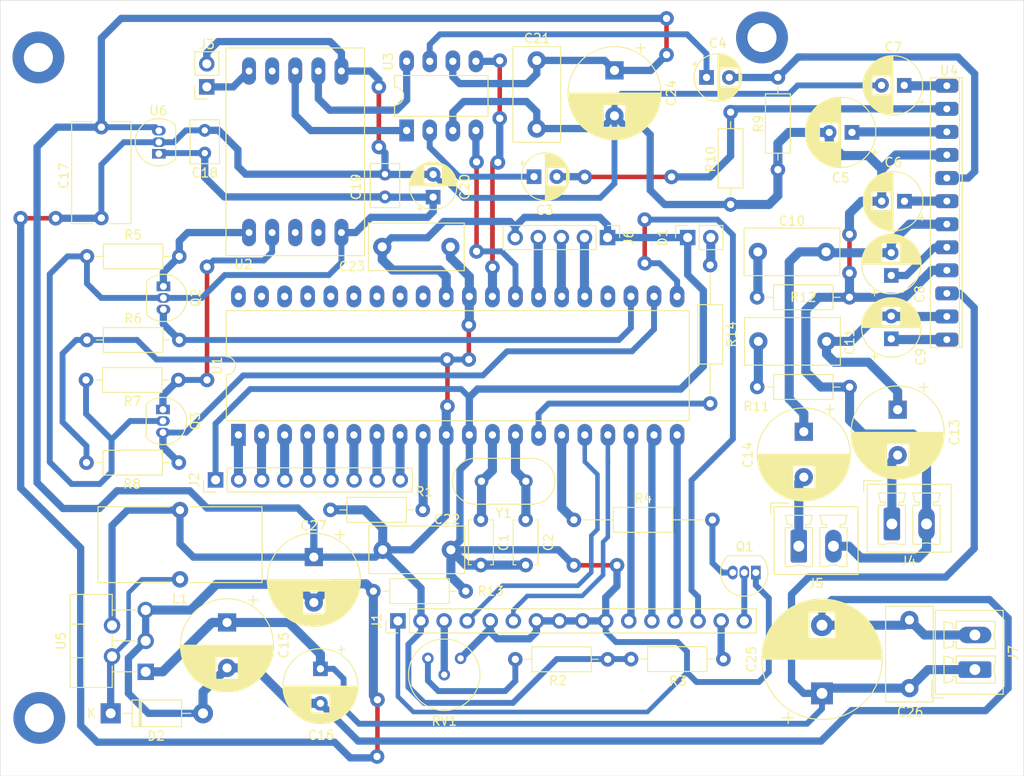
<source format=kicad_pcb>
(kicad_pcb (version 20171130) (host pcbnew 5.1.2-f72e74a~84~ubuntu18.04.1)
  (title_block (title "RDA5807M based stereo FM radio receiver") (date 2019-09-06) (rev 1.0.0) (company "Dilshan R Jayakody") (comment 1 jayakody2000lk@gmail.com) (comment 2 jayakody.info))
  (layers (0 F.Cu signal hide) (31 B.Cu signal) (34 B.Paste user hide) (35 F.Paste user hide) (36 B.SilkS user hide) (37 F.SilkS user hide) (38 B.Mask user hide) (39 F.Mask user hide) (44 Edge.Cuts user))
  (net 0 "")
  (net 1 "Net-(C1-Pad1)")
  (net 2 GNDD)
  (net 3 "Net-(C2-Pad1)")
  (net 4 "Net-(C3-Pad1)")
  (net 5 VOL-L)
  (net 6 "Net-(C4-Pad1)")
  (net 7 VOL-R)
  (net 8 "Net-(C5-Pad1)")
  (net 9 GND)
  (net 10 "Net-(C6-Pad1)")
  (net 11 "Net-(C7-Pad1)")
  (net 12 "Net-(C8-Pad1)")
  (net 13 "Net-(C10-Pad1)")
  (net 14 "Net-(C11-Pad2)")
  (net 15 "Net-(C9-Pad1)")
  (net 16 "Net-(C10-Pad2)")
  (net 17 "Net-(C11-Pad1)")
  (net 18 AF-OUT-L)
  (net 19 AF-OUT-R)
  (net 20 VCC)
  (net 21 +5V)
  (net 22 +3V3)
  (net 23 "Net-(D1-Pad2)")
  (net 24 "Net-(D2-Pad1)")
  (net 25 "Net-(J1-Pad3)")
  (net 26 LCD-RS)
  (net 27 LCD-EN)
  (net 28 LCD-DATA4)
  (net 29 LCD-DATA5)
  (net 30 LCD-DATA6)
  (net 31 LCD-DATA7)
  (net 32 "Net-(J1-Pad15)")
  (net 33 "Net-(J1-Pad16)")
  (net 34 TUNE-UP)
  (net 35 TUNE-DOWN)
  (net 36 MEM-CH1)
  (net 37 MEM-CH2)
  (net 38 MEM-CH3)
  (net 39 MEM-CH4)
  (net 40 MEM-CH5)
  (net 41 MEM-CH6)
  (net 42 ANT)
  (net 43 ROTARY-BTN)
  (net 44 ROTARY-SW-A)
  (net 45 ROTARY-SW-B)
  (net 46 "Net-(Q1-Pad3)")
  (net 47 SDA)
  (net 48 SDA-FM)
  (net 49 SCL-FM)
  (net 50 SCL)
  (net 51 "Net-(R1-Pad2)")
  (net 52 "Net-(R2-Pad1)")
  (net 53 LCD-BK)
  (net 54 STEREO-IND)
  (net 55 VOL-DATA)
  (net 56 VOL-CLK)
  (net 57 OUT-R-FM)
  (net 58 OUT-L-FM)
  (module MountingHole:MountingHole_3.2mm_M3_ISO7380_Pad (layer F.Cu) (at 132.05 77.35)
    (fp_text reference " " (at 5.55 -0.15) (layer F.SilkS))
    (fp_text value " ")
    (pad 1 thru_hole circle (at 0 0) (size 5.7 5.7) (drill 3.2) (layers *.Cu *.Mask))
  )
  (module MountingHole:MountingHole_3.2mm_M3_ISO7380_Pad (layer F.Cu) (at 52.45 79.55)
    (fp_text reference " " (at 0 -3.85) (layer F.SilkS))
    (fp_text value " ")
    (pad 1 thru_hole circle (at 0 0) (size 5.7 5.7) (drill 3.2) (layers *.Cu *.Mask))
  )
  (module MountingHole:MountingHole_3.2mm_M3_ISO7380_Pad (layer F.Cu) (at 52.55 152.25)
    (fp_text reference " " (at 0 -3.85) (layer F.SilkS))
    (fp_text value " ")
    (pad 1 thru_hole circle (at 0 0) (size 5.7 5.7) (drill 3.2) (layers *.Cu *.Mask))
  )
  (module Package_DIP:DIP-40_W15.24mm_LongPads (layer F.Cu) (at 74.455 121.1 90)
    (fp_text reference U1 (at 7.62 -2.33 90) (layer F.SilkS))
    (fp_text value ATmega16A)
    (pad 1 thru_hole rect (at 0 0 90) (size 2.4 1.6) (drill 0.8) (layers *.Cu *.Mask) (net 34 TUNE-UP))
    (pad 21 thru_hole oval (at 15.24 48.26 90) (size 2.4 1.6) (drill 0.8) (layers *.Cu *.Mask) (net 31 LCD-DATA7))
    (pad 2 thru_hole oval (at 0 2.54 90) (size 2.4 1.6) (drill 0.8) (layers *.Cu *.Mask) (net 35 TUNE-DOWN))
    (pad 22 thru_hole oval (at 15.24 45.72 90) (size 2.4 1.6) (drill 0.8) (layers *.Cu *.Mask) (net 50 SCL))
    (pad 3 thru_hole oval (at 0 5.08 90) (size 2.4 1.6) (drill 0.8) (layers *.Cu *.Mask) (net 36 MEM-CH1))
    (pad 23 thru_hole oval (at 15.24 43.18 90) (size 2.4 1.6) (drill 0.8) (layers *.Cu *.Mask) (net 47 SDA))
    (pad 4 thru_hole oval (at 0 7.62 90) (size 2.4 1.6) (drill 0.8) (layers *.Cu *.Mask) (net 37 MEM-CH2))
    (pad 24 thru_hole oval (at 15.24 40.64 90) (size 2.4 1.6) (drill 0.8) (layers *.Cu *.Mask))
    (pad 5 thru_hole oval (at 0 10.16 90) (size 2.4 1.6) (drill 0.8) (layers *.Cu *.Mask) (net 38 MEM-CH3))
    (pad 25 thru_hole oval (at 15.24 38.1 90) (size 2.4 1.6) (drill 0.8) (layers *.Cu *.Mask) (net 43 ROTARY-BTN))
    (pad 6 thru_hole oval (at 0 12.7 90) (size 2.4 1.6) (drill 0.8) (layers *.Cu *.Mask) (net 39 MEM-CH4))
    (pad 26 thru_hole oval (at 15.24 35.56 90) (size 2.4 1.6) (drill 0.8) (layers *.Cu *.Mask) (net 44 ROTARY-SW-A))
    (pad 7 thru_hole oval (at 0 15.24 90) (size 2.4 1.6) (drill 0.8) (layers *.Cu *.Mask) (net 40 MEM-CH5))
    (pad 27 thru_hole oval (at 15.24 33.02 90) (size 2.4 1.6) (drill 0.8) (layers *.Cu *.Mask) (net 45 ROTARY-SW-B))
    (pad 8 thru_hole oval (at 0 17.78 90) (size 2.4 1.6) (drill 0.8) (layers *.Cu *.Mask) (net 41 MEM-CH6))
    (pad 28 thru_hole oval (at 15.24 30.48 90) (size 2.4 1.6) (drill 0.8) (layers *.Cu *.Mask) (net 55 VOL-DATA))
    (pad 9 thru_hole oval (at 0 20.32 90) (size 2.4 1.6) (drill 0.8) (layers *.Cu *.Mask) (net 51 "Net-(R1-Pad2)"))
    (pad 29 thru_hole oval (at 15.24 27.94 90) (size 2.4 1.6) (drill 0.8) (layers *.Cu *.Mask) (net 56 VOL-CLK))
    (pad 10 thru_hole oval (at 0 22.86 90) (size 2.4 1.6) (drill 0.8) (layers *.Cu *.Mask) (net 21 +5V))
    (pad 30 thru_hole oval (at 15.24 25.4 90) (size 2.4 1.6) (drill 0.8) (layers *.Cu *.Mask) (net 21 +5V))
    (pad 11 thru_hole oval (at 0 25.4 90) (size 2.4 1.6) (drill 0.8) (layers *.Cu *.Mask) (net 2 GNDD))
    (pad 31 thru_hole oval (at 15.24 22.86 90) (size 2.4 1.6) (drill 0.8) (layers *.Cu *.Mask) (net 2 GNDD))
    (pad 12 thru_hole oval (at 0 27.94 90) (size 2.4 1.6) (drill 0.8) (layers *.Cu *.Mask) (net 1 "Net-(C1-Pad1)"))
    (pad 32 thru_hole oval (at 15.24 20.32 90) (size 2.4 1.6) (drill 0.8) (layers *.Cu *.Mask))
    (pad 13 thru_hole oval (at 0 30.48 90) (size 2.4 1.6) (drill 0.8) (layers *.Cu *.Mask) (net 3 "Net-(C2-Pad1)"))
    (pad 33 thru_hole oval (at 15.24 17.78 90) (size 2.4 1.6) (drill 0.8) (layers *.Cu *.Mask))
    (pad 14 thru_hole oval (at 0 33.02 90) (size 2.4 1.6) (drill 0.8) (layers *.Cu *.Mask) (net 54 STEREO-IND))
    (pad 34 thru_hole oval (at 15.24 15.24 90) (size 2.4 1.6) (drill 0.8) (layers *.Cu *.Mask))
    (pad 15 thru_hole oval (at 0 35.56 90) (size 2.4 1.6) (drill 0.8) (layers *.Cu *.Mask) (net 53 LCD-BK))
    (pad 35 thru_hole oval (at 15.24 12.7 90) (size 2.4 1.6) (drill 0.8) (layers *.Cu *.Mask))
    (pad 16 thru_hole oval (at 0 38.1 90) (size 2.4 1.6) (drill 0.8) (layers *.Cu *.Mask) (net 26 LCD-RS))
    (pad 36 thru_hole oval (at 15.24 10.16 90) (size 2.4 1.6) (drill 0.8) (layers *.Cu *.Mask))
    (pad 17 thru_hole oval (at 0 40.64 90) (size 2.4 1.6) (drill 0.8) (layers *.Cu *.Mask) (net 27 LCD-EN))
    (pad 37 thru_hole oval (at 15.24 7.62 90) (size 2.4 1.6) (drill 0.8) (layers *.Cu *.Mask))
    (pad 18 thru_hole oval (at 0 43.18 90) (size 2.4 1.6) (drill 0.8) (layers *.Cu *.Mask) (net 28 LCD-DATA4))
    (pad 38 thru_hole oval (at 15.24 5.08 90) (size 2.4 1.6) (drill 0.8) (layers *.Cu *.Mask))
    (pad 19 thru_hole oval (at 0 45.72 90) (size 2.4 1.6) (drill 0.8) (layers *.Cu *.Mask) (net 29 LCD-DATA5))
    (pad 39 thru_hole oval (at 15.24 2.54 90) (size 2.4 1.6) (drill 0.8) (layers *.Cu *.Mask))
    (pad 20 thru_hole oval (at 0 48.26 90) (size 2.4 1.6) (drill 0.8) (layers *.Cu *.Mask) (net 30 LCD-DATA6))
    (pad 40 thru_hole oval (at 15.24 0 90) (size 2.4 1.6) (drill 0.8) (layers *.Cu *.Mask))
  )
  (module Capacitor_THT:C_Disc_D4.7mm_W2.5mm_P5.00mm (layer F.Cu) (at 101.125 130.425 270)
    (fp_text reference C1 (at 2.5 -2.5 90) (layer F.SilkS))
    (fp_text value 12pF)
    (pad 1 thru_hole circle (at 0 0 270) (size 1.6 1.6) (drill 0.8) (layers *.Cu *.Mask) (net 1 "Net-(C1-Pad1)"))
    (pad 2 thru_hole circle (at 5 0 270) (size 1.6 1.6) (drill 0.8) (layers *.Cu *.Mask) (net 2 GNDD))
  )
  (module Capacitor_THT:C_Disc_D4.7mm_W2.5mm_P5.00mm (layer F.Cu) (at 106.05 130.425 270)
    (fp_text reference C2 (at 2.5 -2.5 90) (layer F.SilkS))
    (fp_text value 12pF)
    (pad 2 thru_hole circle (at 5 0 270) (size 1.6 1.6) (drill 0.8) (layers *.Cu *.Mask) (net 2 GNDD))
    (pad 1 thru_hole circle (at 0 0 270) (size 1.6 1.6) (drill 0.8) (layers *.Cu *.Mask) (net 3 "Net-(C2-Pad1)"))
  )
  (module Capacitor_THT:CP_Radial_D5.0mm_P2.50mm (layer F.Cu) (at 106.975 92.675)
    (fp_text reference C3 (at 1.175 3.675) (layer F.SilkS))
    (fp_text value 10MFD)
    (pad 1 thru_hole rect (at 0 0) (size 1.6 1.6) (drill 0.8) (layers *.Cu *.Mask) (net 4 "Net-(C3-Pad1)"))
    (pad 2 thru_hole circle (at 2.5 0) (size 1.6 1.6) (drill 0.8) (layers *.Cu *.Mask) (net 5 VOL-L))
  )
  (module Capacitor_THT:CP_Radial_D5.0mm_P2.50mm (layer F.Cu) (at 125.95 81.75)
    (fp_text reference C4 (at 1.25 -3.75) (layer F.SilkS))
    (fp_text value 10MFD)
    (pad 1 thru_hole rect (at 0 0) (size 1.6 1.6) (drill 0.8) (layers *.Cu *.Mask) (net 6 "Net-(C4-Pad1)"))
    (pad 2 thru_hole circle (at 2.5 0) (size 1.6 1.6) (drill 0.8) (layers *.Cu *.Mask) (net 7 VOL-R))
  )
  (module Capacitor_THT:CP_Radial_D7.5mm_P2.50mm (layer F.Cu) (at 141.95 87.8 180)
    (fp_text reference C5 (at 1.25 -5) (layer F.SilkS))
    (fp_text value 100MFD)
    (pad 1 thru_hole rect (at 0 0 180) (size 1.6 1.6) (drill 0.8) (layers *.Cu *.Mask) (net 8 "Net-(C5-Pad1)"))
    (pad 2 thru_hole circle (at 2.5 0 180) (size 1.6 1.6) (drill 0.8) (layers *.Cu *.Mask) (net 9 GND))
  )
  (module Capacitor_THT:CP_Radial_D6.3mm_P2.50mm (layer F.Cu) (at 147.725 95.375 180)
    (fp_text reference C6 (at 1.225 4.275) (layer F.SilkS))
    (fp_text value 33MFD)
    (pad 2 thru_hole circle (at 2.5 0 180) (size 1.6 1.6) (drill 0.8) (layers *.Cu *.Mask) (net 9 GND))
    (pad 1 thru_hole rect (at 0 0 180) (size 1.6 1.6) (drill 0.8) (layers *.Cu *.Mask) (net 10 "Net-(C6-Pad1)"))
  )
  (module Capacitor_THT:CP_Radial_D6.3mm_P2.50mm (layer F.Cu) (at 147.7 82.625 180)
    (fp_text reference C7 (at 1.2 4.225) (layer F.SilkS))
    (fp_text value 33MFD)
    (pad 1 thru_hole rect (at 0 0 180) (size 1.6 1.6) (drill 0.8) (layers *.Cu *.Mask) (net 11 "Net-(C7-Pad1)"))
    (pad 2 thru_hole circle (at 2.5 0 180) (size 1.6 1.6) (drill 0.8) (layers *.Cu *.Mask) (net 9 GND))
  )
  (module Capacitor_THT:CP_Radial_D6.3mm_P2.50mm (layer F.Cu) (at 146.275 103.55 90)
    (fp_text reference C8 (at -2.05 3.125 90) (layer F.SilkS))
    (fp_text value 47MFD)
    (pad 1 thru_hole rect (at 0 0 90) (size 1.6 1.6) (drill 0.8) (layers *.Cu *.Mask) (net 12 "Net-(C8-Pad1)"))
    (pad 2 thru_hole circle (at 2.5 0 90) (size 1.6 1.6) (drill 0.8) (layers *.Cu *.Mask) (net 13 "Net-(C10-Pad1)"))
  )
  (module Capacitor_THT:CP_Radial_D6.3mm_P2.50mm (layer F.Cu) (at 146.275 110.525 90)
    (fp_text reference C9 (at -1.975 3.225 90) (layer F.SilkS))
    (fp_text value 47MFD)
    (pad 2 thru_hole circle (at 2.5 0 90) (size 1.6 1.6) (drill 0.8) (layers *.Cu *.Mask) (net 14 "Net-(C11-Pad2)"))
    (pad 1 thru_hole rect (at 0 0 90) (size 1.6 1.6) (drill 0.8) (layers *.Cu *.Mask) (net 15 "Net-(C9-Pad1)"))
  )
  (module Capacitor_THT:C_Rect_L10.3mm_W5.0mm_P7.50mm_MKS4 (layer F.Cu) (at 139.1 100.95 180)
    (fp_text reference C10 (at 3.75 3.4) (layer F.SilkS))
    (fp_text value 0.1MFD)
    (pad 1 thru_hole circle (at 0 0 180) (size 2 2) (drill 1) (layers *.Cu *.Mask) (net 13 "Net-(C10-Pad1)"))
    (pad 2 thru_hole circle (at 7.5 0 180) (size 2 2) (drill 1) (layers *.Cu *.Mask) (net 16 "Net-(C10-Pad2)"))
  )
  (module Capacitor_THT:C_Rect_L10.3mm_W5.0mm_P7.50mm_MKS4 (layer F.Cu) (at 131.65 110.8)
    (fp_text reference C11 (at 10.05 0.05 90) (layer F.SilkS))
    (fp_text value 0.1MFD)
    (pad 2 thru_hole circle (at 7.5 0) (size 2 2) (drill 1) (layers *.Cu *.Mask) (net 14 "Net-(C11-Pad2)"))
    (pad 1 thru_hole circle (at 0 0) (size 2 2) (drill 1) (layers *.Cu *.Mask) (net 17 "Net-(C11-Pad1)"))
  )
  (module Capacitor_THT:CP_Radial_D10.0mm_P5.00mm (layer F.Cu) (at 146.975 118.325 270)
    (fp_text reference C13 (at 2.5 -6.25 90) (layer F.SilkS))
    (fp_text value 470MFD)
    (pad 1 thru_hole rect (at 0 0 270) (size 2 2) (drill 1) (layers *.Cu *.Mask) (net 14 "Net-(C11-Pad2)"))
    (pad 2 thru_hole circle (at 5 0 270) (size 2 2) (drill 1) (layers *.Cu *.Mask) (net 18 AF-OUT-L))
  )
  (module Capacitor_THT:CP_Radial_D10.0mm_P5.00mm (layer F.Cu) (at 136.65 120.75 270)
    (fp_text reference C14 (at 2.55 6.15 90) (layer F.SilkS))
    (fp_text value 470MFD)
    (pad 2 thru_hole circle (at 5 0 270) (size 2 2) (drill 1) (layers *.Cu *.Mask) (net 19 AF-OUT-R))
    (pad 1 thru_hole rect (at 0 0 270) (size 2 2) (drill 1) (layers *.Cu *.Mask) (net 13 "Net-(C10-Pad1)"))
  )
  (module Capacitor_THT:CP_Radial_D10.0mm_P5.00mm (layer F.Cu) (at 73.2 141.75 270)
    (fp_text reference C15 (at 2.5 -6.25 90) (layer F.SilkS))
    (fp_text value 470MFD)
    (pad 1 thru_hole rect (at 0 0 270) (size 2 2) (drill 1) (layers *.Cu *.Mask) (net 20 VCC))
    (pad 2 thru_hole circle (at 5 0 270) (size 2 2) (drill 1) (layers *.Cu *.Mask) (net 9 GND))
  )
  (module Capacitor_THT:CP_Radial_D8.0mm_P3.80mm (layer F.Cu) (at 83.475 146.85 270)
    (fp_text reference C16 (at 7.3 -0.075 180) (layer F.SilkS))
    (fp_text value 220MFD)
    (pad 1 thru_hole rect (at 0 0 270) (size 1.6 1.6) (drill 0.8) (layers *.Cu *.Mask) (net 20 VCC))
    (pad 2 thru_hole circle (at 3.8 0 270) (size 1.6 1.6) (drill 0.8) (layers *.Cu *.Mask) (net 9 GND))
  )
  (module Capacitor_THT:C_Rect_L11.0mm_W6.3mm_P10.00mm_MKT (layer F.Cu) (at 59.375 87.225 270)
    (fp_text reference C17 (at 5.325 4.125 90) (layer F.SilkS))
    (fp_text value 0.22MFD)
    (pad 1 thru_hole circle (at 0 0 270) (size 1.6 1.6) (drill 0.8) (layers *.Cu *.Mask) (net 21 +5V))
    (pad 2 thru_hole circle (at 10 0 270) (size 1.6 1.6) (drill 0.8) (layers *.Cu *.Mask) (net 9 GND))
  )
  (module Capacitor_THT:C_Rect_L4.6mm_W3.0mm_P2.50mm_MKS02_FKP02 (layer F.Cu) (at 90.575 94.9 90)
    (fp_text reference C19 (at 1.1 -3.175 90) (layer F.SilkS))
    (fp_text value 0.1MFD)
    (pad 1 thru_hole circle (at 0 0 90) (size 1.4 1.4) (drill 0.7) (layers *.Cu *.Mask) (net 22 +3V3))
    (pad 2 thru_hole circle (at 2.5 0 90) (size 1.4 1.4) (drill 0.7) (layers *.Cu *.Mask) (net 9 GND))
  )
  (module Capacitor_THT:CP_Radial_D5.0mm_P2.50mm (layer F.Cu) (at 95.875 94.925 90)
    (fp_text reference C20 (at 1.125 3.475 90) (layer F.SilkS))
    (fp_text value 10MFD)
    (pad 2 thru_hole circle (at 2.5 0 90) (size 1.6 1.6) (drill 0.8) (layers *.Cu *.Mask) (net 9 GND))
    (pad 1 thru_hole rect (at 0 0 90) (size 1.6 1.6) (drill 0.8) (layers *.Cu *.Mask) (net 22 +3V3))
  )
  (module Capacitor_THT:C_Rect_L10.3mm_W5.0mm_P7.50mm_MKS4 (layer F.Cu) (at 107.275 79.875 270)
    (fp_text reference C21 (at -2.425 -0.025 180) (layer F.SilkS))
    (fp_text value 0.1MFD)
    (pad 2 thru_hole circle (at 7.5 0 270) (size 2 2) (drill 1) (layers *.Cu *.Mask) (net 9 GND))
    (pad 1 thru_hole circle (at 0 0 270) (size 2 2) (drill 1) (layers *.Cu *.Mask) (net 21 +5V))
  )
  (module Capacitor_THT:C_Rect_L10.3mm_W5.0mm_P7.50mm_MKS4 (layer F.Cu) (at 90.325 133.75)
    (fp_text reference C22 (at 7.075 -3.35) (layer F.SilkS))
    (fp_text value 0.1MFD)
    (pad 2 thru_hole circle (at 7.5 0) (size 2 2) (drill 1) (layers *.Cu *.Mask) (net 2 GNDD))
    (pad 1 thru_hole circle (at 0 0) (size 2 2) (drill 1) (layers *.Cu *.Mask) (net 21 +5V))
  )
  (module Capacitor_THT:C_Rect_L10.3mm_W5.0mm_P7.50mm_MKS4 (layer F.Cu) (at 97.775 100.4 180)
    (fp_text reference C23 (at 10.825 -2.15) (layer F.SilkS))
    (fp_text value 0.1MFD)
    (pad 1 thru_hole circle (at 0 0 180) (size 2 2) (drill 1) (layers *.Cu *.Mask) (net 21 +5V))
    (pad 2 thru_hole circle (at 7.5 0 180) (size 2 2) (drill 1) (layers *.Cu *.Mask) (net 2 GNDD))
  )
  (module Capacitor_THT:CP_Radial_D10.0mm_P5.00mm (layer F.Cu) (at 115.825 80.975 270)
    (fp_text reference C24 (at 2.5 -6.25 90) (layer F.SilkS))
    (fp_text value 1000MFD)
    (pad 2 thru_hole circle (at 5 0 270) (size 2 2) (drill 1) (layers *.Cu *.Mask) (net 9 GND))
    (pad 1 thru_hole rect (at 0 0 270) (size 2 2) (drill 1) (layers *.Cu *.Mask) (net 21 +5V))
  )
  (module Capacitor_THT:CP_Radial_D13.0mm_P7.50mm (layer F.Cu) (at 138.65 149.55 90)
    (fp_text reference C25 (at 3.75 -7.75 90) (layer F.SilkS))
    (fp_text value 2200MFD)
    (pad 1 thru_hole rect (at 0 0 90) (size 2.4 2.4) (drill 1.2) (layers *.Cu *.Mask) (net 20 VCC))
    (pad 2 thru_hole circle (at 7.5 0 90) (size 2.4 2.4) (drill 1.2) (layers *.Cu *.Mask) (net 9 GND))
  )
  (module Capacitor_THT:C_Rect_L10.3mm_W5.0mm_P7.50mm_MKS4 (layer F.Cu) (at 148.275 148.975 90)
    (fp_text reference C26 (at -2.625 0.075 180) (layer F.SilkS))
    (fp_text value 0.1MFD)
    (pad 1 thru_hole circle (at 0 0 90) (size 2 2) (drill 1) (layers *.Cu *.Mask) (net 20 VCC))
    (pad 2 thru_hole circle (at 7.5 0 90) (size 2 2) (drill 1) (layers *.Cu *.Mask) (net 9 GND))
  )
  (module Capacitor_THT:CP_Radial_D10.0mm_P5.00mm (layer F.Cu) (at 82.75 134.55 270)
    (fp_text reference C27 (at -3.45 0.05 180) (layer F.SilkS))
    (fp_text value 1000MFD)
    (pad 1 thru_hole rect (at 0 0 270) (size 2 2) (drill 1) (layers *.Cu *.Mask) (net 21 +5V))
    (pad 2 thru_hole circle (at 5 0 270) (size 2 2) (drill 1) (layers *.Cu *.Mask) (net 9 GND))
  )
  (module Connector_PinSocket_2.54mm:PinSocket_1x02_P2.54mm_Vertical (layer F.Cu) (at 123.875 99.375 90)
    (fp_text reference D1 (at 0 -2.77 90) (layer F.SilkS))
    (fp_text value LED)
    (pad 2 thru_hole oval (at 0 2.54 90) (size 1.7 1.7) (drill 1) (layers *.Cu *.Mask) (net 23 "Net-(D1-Pad2)"))
    (pad 1 thru_hole rect (at 0 0 90) (size 1.7 1.7) (drill 1) (layers *.Cu *.Mask) (net 2 GNDD))
  )
  (module Diode_THT:D_DO-41_SOD81_P10.16mm_Horizontal (layer F.Cu) (at 60.4 151.75)
    (fp_text reference D2 (at 5 2.5) (layer F.SilkS))
    (fp_text value 1N5819)
    (fp_text user K (at -2.1 0) (layer F.SilkS))
    (pad 1 thru_hole rect (at 0 0) (size 2.2 2.2) (drill 1.1) (layers *.Cu *.Mask) (net 24 "Net-(D2-Pad1)"))
    (pad 2 thru_hole oval (at 10.16 0) (size 2.2 2.2) (drill 1.1) (layers *.Cu *.Mask) (net 9 GND))
  )
  (module Connector_PinHeader_2.54mm:PinHeader_1x16_P2.54mm_Vertical (layer F.Cu) (at 92 141.575 90)
    (fp_text reference J1 (at 0 -2.33 90) (layer F.SilkS))
    (fp_text value LCD)
    (pad 1 thru_hole rect (at 0 0 90) (size 1.7 1.7) (drill 1) (layers *.Cu *.Mask) (net 2 GNDD))
    (pad 2 thru_hole oval (at 0 2.54 90) (size 1.7 1.7) (drill 1) (layers *.Cu *.Mask) (net 21 +5V))
    (pad 3 thru_hole oval (at 0 5.08 90) (size 1.7 1.7) (drill 1) (layers *.Cu *.Mask) (net 25 "Net-(J1-Pad3)"))
    (pad 4 thru_hole oval (at 0 7.62 90) (size 1.7 1.7) (drill 1) (layers *.Cu *.Mask) (net 26 LCD-RS))
    (pad 5 thru_hole oval (at 0 10.16 90) (size 1.7 1.7) (drill 1) (layers *.Cu *.Mask) (net 2 GNDD))
    (pad 6 thru_hole oval (at 0 12.7 90) (size 1.7 1.7) (drill 1) (layers *.Cu *.Mask) (net 27 LCD-EN))
    (pad 7 thru_hole oval (at 0 15.24 90) (size 1.7 1.7) (drill 1) (layers *.Cu *.Mask) (net 2 GNDD))
    (pad 8 thru_hole oval (at 0 17.78 90) (size 1.7 1.7) (drill 1) (layers *.Cu *.Mask) (net 2 GNDD))
    (pad 9 thru_hole oval (at 0 20.32 90) (size 1.7 1.7) (drill 1) (layers *.Cu *.Mask) (net 2 GNDD))
    (pad 10 thru_hole oval (at 0 22.86 90) (size 1.7 1.7) (drill 1) (layers *.Cu *.Mask) (net 2 GNDD))
    (pad 11 thru_hole oval (at 0 25.4 90) (size 1.7 1.7) (drill 1) (layers *.Cu *.Mask) (net 28 LCD-DATA4))
    (pad 12 thru_hole oval (at 0 27.94 90) (size 1.7 1.7) (drill 1) (layers *.Cu *.Mask) (net 29 LCD-DATA5))
    (pad 13 thru_hole oval (at 0 30.48 90) (size 1.7 1.7) (drill 1) (layers *.Cu *.Mask) (net 30 LCD-DATA6))
    (pad 14 thru_hole oval (at 0 33.02 90) (size 1.7 1.7) (drill 1) (layers *.Cu *.Mask) (net 31 LCD-DATA7))
    (pad 15 thru_hole oval (at 0 35.56 90) (size 1.7 1.7) (drill 1) (layers *.Cu *.Mask) (net 32 "Net-(J1-Pad15)"))
    (pad 16 thru_hole oval (at 0 38.1 90) (size 1.7 1.7) (drill 1) (layers *.Cu *.Mask) (net 33 "Net-(J1-Pad16)"))
  )
  (module Connector_PinHeader_2.54mm:PinHeader_1x09_P2.54mm_Vertical (layer F.Cu) (at 71.94 126.05 90)
    (fp_text reference J2 (at 0 -2.33 90) (layer F.SilkS))
    (fp_text value BTN-IN)
    (pad 1 thru_hole rect (at 0 0 90) (size 1.7 1.7) (drill 1) (layers *.Cu *.Mask) (net 2 GNDD))
    (pad 2 thru_hole oval (at 0 2.54 90) (size 1.7 1.7) (drill 1) (layers *.Cu *.Mask) (net 34 TUNE-UP))
    (pad 3 thru_hole oval (at 0 5.08 90) (size 1.7 1.7) (drill 1) (layers *.Cu *.Mask) (net 35 TUNE-DOWN))
    (pad 4 thru_hole oval (at 0 7.62 90) (size 1.7 1.7) (drill 1) (layers *.Cu *.Mask) (net 36 MEM-CH1))
    (pad 5 thru_hole oval (at 0 10.16 90) (size 1.7 1.7) (drill 1) (layers *.Cu *.Mask) (net 37 MEM-CH2))
    (pad 6 thru_hole oval (at 0 12.7 90) (size 1.7 1.7) (drill 1) (layers *.Cu *.Mask) (net 38 MEM-CH3))
    (pad 7 thru_hole oval (at 0 15.24 90) (size 1.7 1.7) (drill 1) (layers *.Cu *.Mask) (net 39 MEM-CH4))
    (pad 8 thru_hole oval (at 0 17.78 90) (size 1.7 1.7) (drill 1) (layers *.Cu *.Mask) (net 40 MEM-CH5))
    (pad 9 thru_hole oval (at 0 20.32 90) (size 1.7 1.7) (drill 1) (layers *.Cu *.Mask) (net 41 MEM-CH6))
  )
  (module Connector_PinSocket_2.54mm:PinSocket_1x02_P2.54mm_Vertical (layer F.Cu) (at 70.975 82.79 180)
    (fp_text reference J3 (at -0.025 4.69) (layer F.SilkS))
    (fp_text value ANT)
    (pad 1 thru_hole rect (at 0 0 180) (size 1.7 1.7) (drill 1) (layers *.Cu *.Mask) (net 42 ANT))
    (pad 2 thru_hole oval (at 0 2.54 180) (size 1.7 1.7) (drill 1) (layers *.Cu *.Mask) (net 9 GND))
  )
  (module Connector_Phoenix_MC:PhoenixContact_MCV_1,5_2-G-3.81_1x02_P3.81mm_Vertical (layer F.Cu) (at 146.34 130.9)
    (fp_text reference J4 (at 1.81 4.1) (layer F.SilkS))
    (fp_text value SPK-L)
    (pad 2 thru_hole oval (at 3.81 0) (size 1.8 3.6) (drill 1.2) (layers *.Cu *.Mask) (net 9 GND))
    (pad 1 thru_hole roundrect (at 0 0) (size 1.8 3.6) (drill 1.2) (layers *.Cu *.Mask) (roundrect_rratio 0.138889) (net 18 AF-OUT-L))
  )
  (module Connector_Phoenix_MC:PhoenixContact_MCV_1,5_2-G-3.81_1x02_P3.81mm_Vertical (layer F.Cu) (at 136.1 133.35)
    (fp_text reference J5 (at 1.9 4.1) (layer F.SilkS))
    (fp_text value SPK-R)
    (pad 1 thru_hole roundrect (at 0 0) (size 1.8 3.6) (drill 1.2) (layers *.Cu *.Mask) (roundrect_rratio 0.138889) (net 19 AF-OUT-R))
    (pad 2 thru_hole oval (at 3.81 0) (size 1.8 3.6) (drill 1.2) (layers *.Cu *.Mask) (net 9 GND))
  )
  (module Connector_PinHeader_2.54mm:PinHeader_1x05_P2.54mm_Vertical (layer F.Cu) (at 115.06 99.375 270)
    (fp_text reference J6 (at 0 -2.33 90) (layer F.SilkS))
    (fp_text value ROT-ENC)
    (pad 1 thru_hole rect (at 0 0 270) (size 1.7 1.7) (drill 1) (layers *.Cu *.Mask) (net 2 GNDD))
    (pad 2 thru_hole oval (at 0 2.54 270) (size 1.7 1.7) (drill 1) (layers *.Cu *.Mask) (net 43 ROTARY-BTN))
    (pad 3 thru_hole oval (at 0 5.08 270) (size 1.7 1.7) (drill 1) (layers *.Cu *.Mask) (net 44 ROTARY-SW-A))
    (pad 4 thru_hole oval (at 0 7.62 270) (size 1.7 1.7) (drill 1) (layers *.Cu *.Mask) (net 45 ROTARY-SW-B))
    (pad 5 thru_hole oval (at 0 10.16 270) (size 1.7 1.7) (drill 1) (layers *.Cu *.Mask) (net 2 GNDD))
  )
  (module Connector_Phoenix_MC:PhoenixContact_MCV_1,5_2-G-3.81_1x02_P3.81mm_Vertical (layer F.Cu) (at 155.475 146.935 90)
    (fp_text reference J7 (at 1.835 4.225 90) (layer F.SilkS))
    (fp_text value DC-IN)
    (pad 1 thru_hole roundrect (at 0 0 90) (size 1.8 3.6) (drill 1.2) (layers *.Cu *.Mask) (roundrect_rratio 0.138889) (net 20 VCC))
    (pad 2 thru_hole oval (at 3.81 0 90) (size 1.8 3.6) (drill 1.2) (layers *.Cu *.Mask) (net 9 GND))
  )
  (module Inductor_THT:L_Toroid_Vertical_L17.8mm_W8.1mm_P7.62mm_Bourns_5700 (layer F.Cu) (at 68.025 136.995 180)
    (fp_text reference L1 (at 0 -2.15) (layer F.SilkS))
    (fp_text value 33uH)
    (pad 1 thru_hole circle (at 0 0 180) (size 1.8 1.8) (drill 0.9) (layers *.Cu *.Mask) (net 24 "Net-(D2-Pad1)"))
    (pad 2 thru_hole circle (at 0 7.62 180) (size 1.8 1.8) (drill 0.9) (layers *.Cu *.Mask) (net 21 +5V))
  )
  (module Package_TO_SOT_THT:TO-92_Inline (layer F.Cu) (at 131.375 136.25 180)
    (fp_text reference Q1 (at 1.225 2.85) (layer F.SilkS))
    (fp_text value 2SC945)
    (pad 2 thru_hole oval (at 1.27 0 180) (size 1.05 1.5) (drill 0.75) (layers *.Cu *.Mask) (net 33 "Net-(J1-Pad16)"))
    (pad 3 thru_hole oval (at 2.54 0 180) (size 1.05 1.5) (drill 0.75) (layers *.Cu *.Mask) (net 46 "Net-(Q1-Pad3)"))
    (pad 1 thru_hole rect (at 0 0 180) (size 1.05 1.5) (drill 0.75) (layers *.Cu *.Mask) (net 2 GNDD))
  )
  (module Package_TO_SOT_THT:TO-92_Inline (layer F.Cu) (at 66.2 104.75 270)
    (fp_text reference Q2 (at 1.27 -3.56 90) (layer F.SilkS))
    (fp_text value STK7000)
    (pad 2 thru_hole oval (at 1.27 0 270) (size 1.05 1.5) (drill 0.75) (layers *.Cu *.Mask) (net 22 +3V3))
    (pad 3 thru_hole oval (at 2.54 0 270) (size 1.05 1.5) (drill 0.75) (layers *.Cu *.Mask) (net 47 SDA))
    (pad 1 thru_hole rect (at 0 0 270) (size 1.05 1.5) (drill 0.75) (layers *.Cu *.Mask) (net 48 SDA-FM))
  )
  (module Package_TO_SOT_THT:TO-92_Inline (layer F.Cu) (at 66.15 118.3 270)
    (fp_text reference Q3 (at 1.27 -3.56 90) (layer F.SilkS))
    (fp_text value STK7000)
    (pad 1 thru_hole rect (at 0 0 270) (size 1.05 1.5) (drill 0.75) (layers *.Cu *.Mask) (net 49 SCL-FM))
    (pad 3 thru_hole oval (at 2.54 0 270) (size 1.05 1.5) (drill 0.75) (layers *.Cu *.Mask) (net 50 SCL))
    (pad 2 thru_hole oval (at 1.27 0 270) (size 1.05 1.5) (drill 0.75) (layers *.Cu *.Mask) (net 22 +3V3))
  )
  (module Resistor_THT:R_Axial_DIN0207_L6.3mm_D2.5mm_P10.16mm_Horizontal (layer F.Cu) (at 84.575 129.35)
    (fp_text reference R1 (at 10.325 -2) (layer F.SilkS))
    (fp_text value 22K)
    (pad 1 thru_hole circle (at 0 0) (size 1.6 1.6) (drill 0.8) (layers *.Cu *.Mask) (net 21 +5V))
    (pad 2 thru_hole oval (at 10.16 0) (size 1.6 1.6) (drill 0.8) (layers *.Cu *.Mask) (net 51 "Net-(R1-Pad2)"))
  )
  (module Resistor_THT:R_Axial_DIN0207_L6.3mm_D2.5mm_P10.16mm_Horizontal (layer F.Cu) (at 104.915 145.8)
    (fp_text reference R2 (at 4.685 2.35) (layer F.SilkS))
    (fp_text value 1K)
    (pad 1 thru_hole circle (at 0 0) (size 1.6 1.6) (drill 0.8) (layers *.Cu *.Mask) (net 52 "Net-(R2-Pad1)"))
    (pad 2 thru_hole oval (at 10.16 0) (size 1.6 1.6) (drill 0.8) (layers *.Cu *.Mask) (net 21 +5V))
  )
  (module Resistor_THT:R_Axial_DIN0207_L6.3mm_D2.5mm_P10.16mm_Horizontal (layer F.Cu) (at 117.65 145.775)
    (fp_text reference R3 (at 5.15 2.425) (layer F.SilkS))
    (fp_text value 680R)
    (pad 1 thru_hole circle (at 0 0) (size 1.6 1.6) (drill 0.8) (layers *.Cu *.Mask) (net 21 +5V))
    (pad 2 thru_hole oval (at 10.16 0) (size 1.6 1.6) (drill 0.8) (layers *.Cu *.Mask) (net 32 "Net-(J1-Pad15)"))
  )
  (module Resistor_THT:R_Axial_DIN0207_L6.3mm_D2.5mm_P10.16mm_Horizontal (layer F.Cu) (at 57.79 101.45)
    (fp_text reference R5 (at 5.08 -2.37) (layer F.SilkS))
    (fp_text value 10K)
    (pad 2 thru_hole oval (at 10.16 0) (size 1.6 1.6) (drill 0.8) (layers *.Cu *.Mask) (net 48 SDA-FM))
    (pad 1 thru_hole circle (at 0 0) (size 1.6 1.6) (drill 0.8) (layers *.Cu *.Mask) (net 22 +3V3))
  )
  (module Resistor_THT:R_Axial_DIN0207_L6.3mm_D2.5mm_P10.16mm_Horizontal (layer F.Cu) (at 57.79 110.65)
    (fp_text reference R6 (at 5.08 -2.37) (layer F.SilkS))
    (fp_text value 10K)
    (pad 2 thru_hole oval (at 10.16 0) (size 1.6 1.6) (drill 0.8) (layers *.Cu *.Mask) (net 47 SDA))
    (pad 1 thru_hole circle (at 0 0) (size 1.6 1.6) (drill 0.8) (layers *.Cu *.Mask) (net 21 +5V))
  )
  (module Resistor_THT:R_Axial_DIN0207_L6.3mm_D2.5mm_P10.16mm_Horizontal (layer F.Cu) (at 57.69 115.05)
    (fp_text reference R7 (at 5.11 2.35) (layer F.SilkS))
    (fp_text value 10K)
    (pad 1 thru_hole circle (at 0 0) (size 1.6 1.6) (drill 0.8) (layers *.Cu *.Mask) (net 22 +3V3))
    (pad 2 thru_hole oval (at 10.16 0) (size 1.6 1.6) (drill 0.8) (layers *.Cu *.Mask) (net 49 SCL-FM))
  )
  (module Resistor_THT:R_Axial_DIN0207_L6.3mm_D2.5mm_P10.16mm_Horizontal (layer F.Cu) (at 57.74 124.15)
    (fp_text reference R8 (at 5.01 2.35) (layer F.SilkS))
    (fp_text value 10K)
    (pad 2 thru_hole oval (at 10.16 0) (size 1.6 1.6) (drill 0.8) (layers *.Cu *.Mask) (net 50 SCL))
    (pad 1 thru_hole circle (at 0 0) (size 1.6 1.6) (drill 0.8) (layers *.Cu *.Mask) (net 21 +5V))
  )
  (module Resistor_THT:R_Axial_DIN0207_L6.3mm_D2.5mm_P10.16mm_Horizontal (layer F.Cu) (at 133.8 81.74 270)
    (fp_text reference R9 (at 5.11 2.15 90) (layer F.SilkS))
    (fp_text value 47K)
    (pad 2 thru_hole oval (at 10.16 0 270) (size 1.6 1.6) (drill 0.8) (layers *.Cu *.Mask) (net 9 GND))
    (pad 1 thru_hole circle (at 0 0 270) (size 1.6 1.6) (drill 0.8) (layers *.Cu *.Mask) (net 7 VOL-R))
  )
  (module Resistor_THT:R_Axial_DIN0207_L6.3mm_D2.5mm_P10.16mm_Horizontal (layer F.Cu) (at 128.6 85.575 270)
    (fp_text reference R10 (at 5.175 2.2 90) (layer F.SilkS))
    (fp_text value 47K)
    (pad 1 thru_hole circle (at 0 0 270) (size 1.6 1.6) (drill 0.8) (layers *.Cu *.Mask) (net 5 VOL-L))
    (pad 2 thru_hole oval (at 10.16 0 270) (size 1.6 1.6) (drill 0.8) (layers *.Cu *.Mask) (net 9 GND))
  )
  (module Resistor_THT:R_Axial_DIN0207_L6.3mm_D2.5mm_P10.16mm_Horizontal (layer F.Cu) (at 141.685 115.825 180)
    (fp_text reference R11 (at 10.235 -2.125) (layer F.SilkS))
    (fp_text value 1R)
    (pad 2 thru_hole oval (at 10.16 0 180) (size 1.6 1.6) (drill 0.8) (layers *.Cu *.Mask) (net 17 "Net-(C11-Pad1)"))
    (pad 1 thru_hole circle (at 0 0 180) (size 1.6 1.6) (drill 0.8) (layers *.Cu *.Mask) (net 9 GND))
  )
  (module Resistor_THT:R_Axial_DIN0207_L6.3mm_D2.5mm_P10.16mm_Horizontal (layer F.Cu) (at 131.515 105.95)
    (fp_text reference R12 (at 5.08 0) (layer F.SilkS))
    (fp_text value 1R)
    (pad 1 thru_hole circle (at 0 0) (size 1.6 1.6) (drill 0.8) (layers *.Cu *.Mask) (net 16 "Net-(C10-Pad2)"))
    (pad 2 thru_hole oval (at 10.16 0) (size 1.6 1.6) (drill 0.8) (layers *.Cu *.Mask) (net 9 GND))
  )
  (module Resistor_THT:R_Axial_DIN0207_L6.3mm_D2.5mm_P10.16mm_Horizontal (layer F.Cu) (at 99.46 138.3 180)
    (fp_text reference R13 (at -2.74 0) (layer F.SilkS))
    (fp_text value 0R)
    (pad 2 thru_hole oval (at 10.16 0 180) (size 1.6 1.6) (drill 0.8) (layers *.Cu *.Mask) (net 9 GND))
    (pad 1 thru_hole circle (at 0 0 180) (size 1.6 1.6) (drill 0.8) (layers *.Cu *.Mask) (net 2 GNDD))
  )
  (module rda5807m-radio:RDA5807M-MODULE (layer F.Cu) (at 80.705 98.825)
    (fp_text reference U2 (at -5.7 3.5) (layer F.SilkS))
    (fp_text value RDA5807M)
    (pad 1 thru_hole oval (at -5.08 0 90) (size 3 1.524) (drill 0.762) (layers *.Cu *.Mask) (net 48 SDA-FM))
    (pad 2 thru_hole oval (at -2.54 0 90) (size 3 1.524) (drill 0.762) (layers *.Cu *.Mask) (net 49 SCL-FM))
    (pad 3 thru_hole oval (at 0 0 90) (size 3 1.524) (drill 0.762) (layers *.Cu *.Mask))
    (pad 4 thru_hole oval (at 2.54 0 90) (size 3 1.524) (drill 0.762) (layers *.Cu *.Mask))
    (pad 5 thru_hole oval (at 5.08 0 90) (size 3 1.524) (drill 0.762) (layers *.Cu *.Mask) (net 22 +3V3))
    (pad 6 thru_hole oval (at 5.08 -17.78 90) (size 3 1.524) (drill 0.762) (layers *.Cu *.Mask) (net 9 GND))
    (pad 7 thru_hole oval (at 2.54 -17.78 90) (size 3 1.524) (drill 0.762) (layers *.Cu *.Mask) (net 57 OUT-R-FM))
    (pad 8 thru_hole oval (at 0 -17.78 90) (size 3 1.524) (drill 0.762) (layers *.Cu *.Mask) (net 58 OUT-L-FM))
    (pad 9 thru_hole oval (at -2.54 -17.78 90) (size 3 1.524) (drill 0.762) (layers *.Cu *.Mask))
    (pad 10 thru_hole oval (at -5.08 -17.78 90) (size 3 1.524) (drill 0.762) (layers *.Cu *.Mask) (net 42 ANT))
  )
  (module Package_DIP:DIP-8_W7.62mm_LongPads (layer F.Cu) (at 92.96 87.595 90)
    (fp_text reference U3 (at 7.595 -2.01 90) (layer F.SilkS))
    (fp_text value M62429)
    (pad 1 thru_hole rect (at 0 0 90) (size 2.4 1.6) (drill 0.8) (layers *.Cu *.Mask) (net 58 OUT-L-FM))
    (pad 5 thru_hole oval (at 7.62 7.62 90) (size 2.4 1.6) (drill 0.8) (layers *.Cu *.Mask) (net 56 VOL-CLK))
    (pad 2 thru_hole oval (at 0 2.54 90) (size 2.4 1.6) (drill 0.8) (layers *.Cu *.Mask) (net 4 "Net-(C3-Pad1)"))
    (pad 6 thru_hole oval (at 7.62 5.08 90) (size 2.4 1.6) (drill 0.8) (layers *.Cu *.Mask) (net 21 +5V))
    (pad 3 thru_hole oval (at 0 5.08 90) (size 2.4 1.6) (drill 0.8) (layers *.Cu *.Mask) (net 9 GND))
    (pad 7 thru_hole oval (at 7.62 2.54 90) (size 2.4 1.6) (drill 0.8) (layers *.Cu *.Mask) (net 6 "Net-(C4-Pad1)"))
    (pad 4 thru_hole oval (at 0 7.62 90) (size 2.4 1.6) (drill 0.8) (layers *.Cu *.Mask) (net 55 VOL-DATA))
    (pad 8 thru_hole oval (at 7.62 0 90) (size 2.4 1.6) (drill 0.8) (layers *.Cu *.Mask) (net 57 OUT-R-FM))
  )
  (module Package_TO_SOT_THT:TO-220-5_P3.4x3.7mm_StaggerOdd_Lead3.8mm_Vertical (layer F.Cu) (at 64.25 147.175 90)
    (fp_text reference U5 (at 3.4 -9.32 90) (layer F.SilkS))
    (fp_text value LM2596T-5)
    (pad 1 thru_hole rect (at 0 0 90) (size 1.8 1.8) (drill 1.1) (layers *.Cu *.Mask) (net 20 VCC))
    (pad 2 thru_hole oval (at 1.7 -3.7 90) (size 1.8 1.8) (drill 1.1) (layers *.Cu *.Mask) (net 24 "Net-(D2-Pad1)"))
    (pad 3 thru_hole oval (at 3.4 0 90) (size 1.8 1.8) (drill 1.1) (layers *.Cu *.Mask) (net 9 GND))
    (pad 4 thru_hole oval (at 5.1 -3.7 90) (size 1.8 1.8) (drill 1.1) (layers *.Cu *.Mask) (net 21 +5V))
    (pad 5 thru_hole oval (at 6.8 0 90) (size 1.8 1.8) (drill 1.1) (layers *.Cu *.Mask) (net 9 GND))
  )
  (module Package_TO_SOT_THT:TO-92_Inline (layer F.Cu) (at 65.7 90.15 90)
    (fp_text reference U6 (at 4.75 -0.05 180) (layer F.SilkS))
    (fp_text value L78L33)
    (pad 1 thru_hole rect (at 0 0 90) (size 1.05 1.5) (drill 0.75) (layers *.Cu *.Mask) (net 22 +3V3))
    (pad 3 thru_hole oval (at 2.54 0 90) (size 1.05 1.5) (drill 0.75) (layers *.Cu *.Mask) (net 21 +5V))
    (pad 2 thru_hole oval (at 1.27 0 90) (size 1.05 1.5) (drill 0.75) (layers *.Cu *.Mask) (net 9 GND))
  )
  (module Crystal:Crystal_HC49-U_Vertical (layer F.Cu) (at 106.075 126.2 180)
    (fp_text reference Y1 (at 2.44 -3.525) (layer F.SilkS))
    (fp_text value 4.00MHz)
    (pad 1 thru_hole circle (at 0 0 180) (size 1.5 1.5) (drill 0.8) (layers *.Cu *.Mask) (net 3 "Net-(C2-Pad1)"))
    (pad 2 thru_hole circle (at 4.88 0 180) (size 1.5 1.5) (drill 0.8) (layers *.Cu *.Mask) (net 1 "Net-(C1-Pad1)"))
  )
  (module Potentiometer_THT:Potentiometer_Bourns_3339H_Vertical (layer F.Cu) (at 95.3 145.7 270)
    (fp_text reference RV1 (at 6.9 -1.8 180) (layer F.SilkS))
    (fp_text value 10K)
    (pad 3 thru_hole circle (at 0 -3.592102 270) (size 1.26 1.26) (drill 0.7) (layers *.Cu *.Mask) (net 2 GNDD))
    (pad 2 thru_hole circle (at 1.796051 -1.796051 270) (size 1.26 1.26) (drill 0.7) (layers *.Cu *.Mask) (net 25 "Net-(J1-Pad3)"))
    (pad 1 thru_hole circle (at 0 0 270) (size 1.26 1.26) (drill 0.7) (layers *.Cu *.Mask) (net 52 "Net-(R2-Pad1)"))
  )
  (module Capacitor_THT:C_Rect_L4.6mm_W3.0mm_P2.50mm_MKS02_FKP02 (layer F.Cu) (at 70.75 90.075 90)
    (fp_text reference C18 (at -2.175 0 180) (layer F.SilkS))
    (fp_text value 0.1MFD)
    (pad 1 thru_hole circle (at 0 0 90) (size 1.4 1.4) (drill 0.7) (layers *.Cu *.Mask) (net 22 +3V3))
    (pad 2 thru_hole circle (at 2.5 0 90) (size 1.4 1.4) (drill 0.7) (layers *.Cu *.Mask) (net 9 GND))
  )
  (module Resistor_THT:R_Axial_DIN0207_L6.3mm_D2.5mm_P15.24mm_Horizontal (layer F.Cu) (at 126.35 102.41 270)
    (fp_text reference R14 (at 7.62 -2.37 90) (layer F.SilkS))
    (fp_text value 560R)
    (pad 1 thru_hole circle (at 0 0 270) (size 1.6 1.6) (drill 0.8) (layers *.Cu *.Mask) (net 23 "Net-(D1-Pad2)"))
    (pad 2 thru_hole oval (at 15.24 0 270) (size 1.6 1.6) (drill 0.8) (layers *.Cu *.Mask) (net 54 STEREO-IND))
  )
  (module rda5807m-radio:SIP-12-2P (layer F.Cu) (at 152.225 96.525 270)
    (fp_text reference U4 (at -15.5 -0.4) (layer F.SilkS))
    (fp_text value AN7147)
    (pad 1 thru_hole roundrect (at -13.86 -0.16) (size 2.524 1.524) (drill 0.762) (layers *.Cu *.Mask) (net 11 "Net-(C7-Pad1)"))
    (pad 2 thru_hole roundrect (at -11.32 -0.16) (size 2.524 1.524) (drill 0.762) (layers *.Cu *.Mask) (net 5 VOL-L))
    (pad 3 thru_hole roundrect (at -8.78 -0.16) (size 2.524 1.524) (drill 0.762) (layers *.Cu *.Mask) (net 8 "Net-(C5-Pad1)"))
    (pad 4 thru_hole roundrect (at -6.24 -0.16) (size 2.524 1.524) (drill 0.762) (layers *.Cu *.Mask) (net 9 GND))
    (pad 5 thru_hole roundrect (at -3.7 -0.16) (size 2.524 1.524) (drill 0.762) (layers *.Cu *.Mask) (net 7 VOL-R))
    (pad 6 thru_hole roundrect (at -1.16 -0.16) (size 2.524 1.524) (drill 0.762) (layers *.Cu *.Mask) (net 10 "Net-(C6-Pad1)"))
    (pad 7 thru_hole roundrect (at 1.38 -0.16) (size 2.524 1.524) (drill 0.762) (layers *.Cu *.Mask) (net 13 "Net-(C10-Pad1)"))
    (pad 8 thru_hole roundrect (at 3.92 -0.16) (size 2.524 1.524) (drill 0.762) (layers *.Cu *.Mask) (net 12 "Net-(C8-Pad1)"))
    (pad 9 thru_hole roundrect (at 6.46 -0.16) (size 2.524 1.524) (drill 0.762) (layers *.Cu *.Mask) (net 9 GND))
    (pad 10 thru_hole roundrect (at 9 -0.16) (size 2.524 1.524) (drill 0.762) (layers *.Cu *.Mask) (net 20 VCC))
    (pad 11 thru_hole roundrect (at 11.54 -0.16) (size 2.524 1.524) (drill 0.762) (layers *.Cu *.Mask) (net 14 "Net-(C11-Pad2)"))
    (pad 12 thru_hole roundrect (at 14.08 -0.16) (size 2.524 1.524) (drill 0.762) (layers *.Cu *.Mask) (net 15 "Net-(C9-Pad1)"))
  )
  (module Resistor_THT:R_Axial_DIN0207_L6.3mm_D2.5mm_P15.24mm_Horizontal (layer F.Cu) (at 111.36 130.45)
    (fp_text reference R4 (at 7.62 -2.37) (layer F.SilkS))
    (fp_text value 22K)
    (pad 1 thru_hole circle (at 0 0) (size 1.6 1.6) (drill 0.8) (layers *.Cu *.Mask) (net 53 LCD-BK))
    (pad 2 thru_hole oval (at 15.24 0) (size 1.6 1.6) (drill 0.8) (layers *.Cu *.Mask) (net 46 "Net-(Q1-Pad3)"))
  )
  (gr_line (start 48.25 73.25) (end 48.3 73.25) (layer Edge.Cuts) (width 0.05))
  (gr_line (start 48.25 158.65) (end 48.25 73.25) (layer Edge.Cuts) (width 0.05))
  (gr_line (start 160.85 158.65) (end 48.25 158.65) (layer Edge.Cuts) (width 0.05))
  (gr_line (start 160.85 73.25) (end 160.85 158.65) (layer Edge.Cuts) (width 0.05))
  (gr_line (start 158.7 73.25) (end 160.85 73.25) (layer Edge.Cuts) (width 0.05))
  (gr_line (start 48.3 73.25) (end 158.7 73.25) (layer Edge.Cuts) (width 0.05))
  (segment (start 102.395 125) (end 101.195 126.2) (width 1) (layer B.Cu) (net 1))
  (segment (start 102.395 121.1) (end 102.395 125) (width 1) (layer B.Cu) (net 1))
  (segment (start 101.195 130.355) (end 101.125 130.425) (width 1) (layer B.Cu) (net 1))
  (segment (start 101.195 126.2) (end 101.195 130.355) (width 1) (layer B.Cu) (net 1))
  (segment (start 107.24 141.575) (end 109.78 141.575) (width 0.5) (layer B.Cu) (net 2))
  (segment (start 109.78 141.575) (end 112.32 141.575) (width 0.5) (layer B.Cu) (net 2))
  (segment (start 112.32 141.575) (end 114.86 141.575) (width 0.5) (layer B.Cu) (net 2))
  (segment (start 91.410787 102.95) (end 96.3 102.95) (width 0.5) (layer B.Cu) (net 2))
  (segment (start 124.85 148.3) (end 131.55 148.3) (width 0.5) (layer B.Cu) (net 2))
  (via (at 111.35 135.45) (size 1.6) (drill 0.8) (layers F.Cu B.Cu) (net 2))
  (segment (start 111.35 135.45) (end 111.915685 135.45) (width 0.5) (layer F.Cu) (net 2))
  (via (at 116.1 135.45) (size 1.6) (drill 0.8) (layers F.Cu B.Cu) (net 2))
  (segment (start 111.915685 135.45) (end 116.1 135.45) (width 0.5) (layer F.Cu) (net 2))
  (segment (start 99.855 116.955) (end 99.895 116.955) (width 0.5) (layer B.Cu) (net 2))
  (segment (start 92 141.575) (end 92 149.9) (width 0.5) (layer B.Cu) (net 2))
  (segment (start 92 149.9) (end 93.7 151.6) (width 0.5) (layer B.Cu) (net 2))
  (segment (start 98.824999 124.925001) (end 99.855 123.895) (width 0.8) (layer B.Cu) (net 2))
  (segment (start 98.824999 132.750001) (end 98.824999 124.925001) (width 0.8) (layer B.Cu) (net 2))
  (segment (start 97.825 133.75) (end 98.824999 132.750001) (width 0.8) (layer B.Cu) (net 2))
  (segment (start 99.855 121.1) (end 99.855 123.895) (width 0.8) (layer B.Cu) (net 2))
  (segment (start 101.125 135.425) (end 99.5 135.425) (width 0.8) (layer B.Cu) (net 2))
  (segment (start 101.125 135.425) (end 106.05 135.425) (width 0.8) (layer B.Cu) (net 2))
  (segment (start 109.65 133.75) (end 111.35 135.45) (width 0.8) (layer B.Cu) (net 2))
  (segment (start 97.825 133.75) (end 109.65 133.75) (width 0.8) (layer B.Cu) (net 2))
  (segment (start 102.16 142.432102) (end 98.892102 145.7) (width 0.8) (layer B.Cu) (net 2))
  (segment (start 102.16 141.575) (end 102.16 142.432102) (width 0.8) (layer B.Cu) (net 2))
  (segment (start 107.24 141.575) (end 114.86 141.575) (width 0.8) (layer B.Cu) (net 2))
  (segment (start 102.16 142.777081) (end 102.925 143.542081) (width 0.8) (layer B.Cu) (net 2))
  (segment (start 102.16 141.575) (end 102.16 142.777081) (width 0.8) (layer B.Cu) (net 2))
  (segment (start 102.925 143.542081) (end 106.475 143.542081) (width 0.8) (layer B.Cu) (net 2))
  (segment (start 106.475 143.542081) (end 107.24 142.777081) (width 0.8) (layer B.Cu) (net 2))
  (segment (start 107.24 141.575) (end 107.24 142.777081) (width 0.8) (layer B.Cu) (net 2))
  (segment (start 116.1 137.75) (end 114.86 138.99) (width 0.8) (layer B.Cu) (net 2))
  (segment (start 116.1 135.45) (end 116.1 137.75) (width 0.8) (layer B.Cu) (net 2))
  (segment (start 114.86 138.99) (end 114.86 141.575) (width 0.8) (layer B.Cu) (net 2))
  (segment (start 95.249999 99.400001) (end 97.05 97.6) (width 0.8) (layer B.Cu) (net 2))
  (segment (start 90.275 100.4) (end 91.274999 99.400001) (width 0.8) (layer B.Cu) (net 2))
  (segment (start 91.274999 99.400001) (end 95.249999 99.400001) (width 0.8) (layer B.Cu) (net 2))
  (segment (start 104.327081 97.6) (end 104.9 98.172919) (width 0.8) (layer B.Cu) (net 2))
  (segment (start 97.05 97.6) (end 104.327081 97.6) (width 0.8) (layer B.Cu) (net 2))
  (segment (start 104.9 98.172919) (end 104.9 99.375) (width 0.8) (layer B.Cu) (net 2))
  (segment (start 104.9 98.172919) (end 105.922919 97.15) (width 0.8) (layer B.Cu) (net 2))
  (segment (start 105.922919 97.15) (end 114.2 97.15) (width 0.8) (layer B.Cu) (net 2))
  (segment (start 114.2 97.15) (end 115.06 98.01) (width 0.8) (layer B.Cu) (net 2))
  (segment (start 115.06 98.01) (end 115.06 99.375) (width 0.8) (layer B.Cu) (net 2))
  (segment (start 96.405 102.95) (end 96.3 102.95) (width 0.8) (layer B.Cu) (net 2))
  (segment (start 97.315 103.86) (end 96.405 102.95) (width 0.8) (layer B.Cu) (net 2))
  (segment (start 97.315 105.86) (end 97.315 103.86) (width 0.8) (layer B.Cu) (net 2))
  (segment (start 96.405 102.95) (end 91.410787 102.95) (width 0.8) (layer B.Cu) (net 2))
  (segment (start 115.06 99.375) (end 123.875 99.375) (width 0.8) (layer B.Cu) (net 2))
  (segment (start 123.875 103.475) (end 125.6 105.2) (width 0.8) (layer B.Cu) (net 2))
  (segment (start 123.875 99.375) (end 123.875 103.475) (width 0.8) (layer B.Cu) (net 2))
  (segment (start 125.6 113.55) (end 123.1 116.05) (width 0.8) (layer B.Cu) (net 2))
  (segment (start 125.6 105.2) (end 125.6 113.55) (width 0.8) (layer B.Cu) (net 2))
  (segment (start 100.76 116.05) (end 99.855 116.955) (width 0.8) (layer B.Cu) (net 2))
  (segment (start 123.1 116.05) (end 100.76 116.05) (width 0.8) (layer B.Cu) (net 2))
  (segment (start 99.855 116.955) (end 99.855 121.1) (width 0.8) (layer B.Cu) (net 2))
  (segment (start 71.94 119.86) (end 75.75 116.05) (width 0.65) (layer B.Cu) (net 2))
  (segment (start 71.94 126.05) (end 71.94 119.86) (width 0.65) (layer B.Cu) (net 2))
  (segment (start 99.855 116.955) (end 98.95 116.05) (width 0.65) (layer B.Cu) (net 2))
  (segment (start 98.95 116.05) (end 75.75 116.05) (width 0.65) (layer B.Cu) (net 2))
  (segment (start 114.86 142.777081) (end 115.982919 143.9) (width 0.65) (layer B.Cu) (net 2))
  (segment (start 114.86 141.575) (end 114.86 142.777081) (width 0.65) (layer B.Cu) (net 2))
  (segment (start 122.75 143.9) (end 123.8 144.95) (width 0.65) (layer B.Cu) (net 2))
  (segment (start 115.982919 143.9) (end 122.75 143.9) (width 0.65) (layer B.Cu) (net 2))
  (segment (start 123.8 144.95) (end 123.8 147.25) (width 0.65) (layer B.Cu) (net 2))
  (segment (start 131.375 136.25) (end 131.375 137.65) (width 0.65) (layer B.Cu) (net 2))
  (segment (start 132.8 139.075) (end 132.8 147.2) (width 0.65) (layer B.Cu) (net 2))
  (segment (start 131.7 148.3) (end 124.85 148.3) (width 0.65) (layer B.Cu) (net 2))
  (segment (start 132.8 147.2) (end 131.7 148.3) (width 0.65) (layer B.Cu) (net 2))
  (segment (start 124.85 148.3) (end 123.8 147.25) (width 0.65) (layer B.Cu) (net 2))
  (segment (start 93.7 151.6) (end 119.45 151.6) (width 0.5) (layer B.Cu) (net 2))
  (segment (start 119.45 151.6) (end 123.8 147.25) (width 0.5) (layer B.Cu) (net 2))
  (segment (start 132.8 139.075) (end 131.375 137.65) (width 0.65) (layer B.Cu) (net 2))
  (segment (start 106.05 135.425) (end 99.5 135.425) (width 1) (layer B.Cu) (net 2))
  (segment (start 99.5 135.425) (end 97.825 133.75) (width 1) (layer B.Cu) (net 2))
  (segment (start 97.825 136.665) (end 99.46 138.3) (width 1) (layer B.Cu) (net 2))
  (segment (start 97.825 133.75) (end 97.825 136.665) (width 1) (layer B.Cu) (net 2))
  (segment (start 96.605 102.95) (end 91.410787 102.95) (width 1) (layer B.Cu) (net 2))
  (segment (start 97.315 103.66) (end 96.605 102.95) (width 1) (layer B.Cu) (net 2))
  (segment (start 97.315 105.86) (end 97.315 103.66) (width 1) (layer B.Cu) (net 2))
  (segment (start 90.275 101.814213) (end 91.410787 102.95) (width 1) (layer B.Cu) (net 2))
  (segment (start 90.275 100.4) (end 90.275 101.814213) (width 1) (layer B.Cu) (net 2))
  (segment (start 104.935 125.06) (end 106.075 126.2) (width 1) (layer B.Cu) (net 3))
  (segment (start 104.935 121.1) (end 104.935 125.06) (width 1) (layer B.Cu) (net 3))
  (segment (start 106.075 130.4) (end 106.05 130.425) (width 1) (layer B.Cu) (net 3))
  (segment (start 106.075 126.2) (end 106.075 130.4) (width 1) (layer B.Cu) (net 3))
  (segment (start 98.73 92.675) (end 105.525 92.675) (width 0.65) (layer B.Cu) (net 4))
  (segment (start 95.5 89.445) (end 98.73 92.675) (width 0.65) (layer B.Cu) (net 4))
  (segment (start 105.525 92.675) (end 106.975 92.675) (width 0.65) (layer B.Cu) (net 4))
  (segment (start 95.5 87.595) (end 95.5 89.445) (width 0.65) (layer B.Cu) (net 4))
  (via (at 122.1 92.7) (size 1.6) (drill 0.8) (layers F.Cu B.Cu) (net 5))
  (segment (start 122.1 92.7) (end 112.55 92.7) (width 0.5) (layer F.Cu) (net 5))
  (via (at 112.55 92.7) (size 1.6) (drill 0.8) (layers F.Cu B.Cu) (net 5))
  (segment (start 128.97 85.205) (end 128.6 85.575) (width 0.8) (layer B.Cu) (net 5))
  (segment (start 152.385 85.205) (end 128.97 85.205) (width 0.8) (layer B.Cu) (net 5))
  (segment (start 112.525 92.675) (end 112.55 92.7) (width 0.8) (layer B.Cu) (net 5))
  (segment (start 109.475 92.675) (end 112.525 92.675) (width 0.8) (layer B.Cu) (net 5))
  (segment (start 126.3 92.7) (end 122.1 92.7) (width 0.8) (layer B.Cu) (net 5))
  (segment (start 128.6 85.575) (end 128.6 90.4) (width 0.8) (layer B.Cu) (net 5))
  (segment (start 128.6 90.4) (end 126.3 92.7) (width 0.8) (layer B.Cu) (net 5))
  (segment (start 96.625 77) (end 123.8 77) (width 0.65) (layer B.Cu) (net 6))
  (segment (start 95.5 79.975) (end 95.5 78.125) (width 0.65) (layer B.Cu) (net 6))
  (segment (start 123.8 77) (end 125.95 79.15) (width 0.65) (layer B.Cu) (net 6))
  (segment (start 95.5 78.125) (end 96.625 77) (width 0.65) (layer B.Cu) (net 6))
  (segment (start 125.95 79.15) (end 125.95 81.75) (width 0.65) (layer B.Cu) (net 6))
  (segment (start 155.45 81.25) (end 153.7 79.5) (width 0.5) (layer B.Cu) (net 7))
  (segment (start 133.79 81.75) (end 133.8 81.74) (width 0.8) (layer B.Cu) (net 7))
  (segment (start 128.45 81.75) (end 133.79 81.75) (width 0.8) (layer B.Cu) (net 7))
  (segment (start 136.04 79.5) (end 136.45 79.5) (width 0.8) (layer B.Cu) (net 7))
  (segment (start 133.8 81.74) (end 136.04 79.5) (width 0.8) (layer B.Cu) (net 7))
  (segment (start 153.7 79.5) (end 136.45 79.5) (width 0.5) (layer B.Cu) (net 7))
  (segment (start 153.6 79.5) (end 155.45 81.35) (width 0.8) (layer B.Cu) (net 7))
  (segment (start 136.04 79.5) (end 153.6 79.5) (width 0.8) (layer B.Cu) (net 7))
  (segment (start 155.45 81.35) (end 155.45 81.25) (width 0.5) (layer B.Cu) (net 7))
  (segment (start 155.45 81.35) (end 155.45 92.1) (width 0.8) (layer B.Cu) (net 7))
  (segment (start 154.725 92.825) (end 152.385 92.825) (width 0.8) (layer B.Cu) (net 7))
  (segment (start 155.45 92.1) (end 154.725 92.825) (width 0.8) (layer B.Cu) (net 7))
  (segment (start 142.005 87.745) (end 141.95 87.8) (width 1) (layer B.Cu) (net 8))
  (segment (start 152.385 87.745) (end 142.005 87.745) (width 1) (layer B.Cu) (net 8))
  (via (at 141.675 103.275) (size 1.6) (drill 0.8) (layers F.Cu B.Cu) (net 9))
  (segment (start 141.675 103.275) (end 141.675 99.025) (width 0.5) (layer F.Cu) (net 9))
  (via (at 141.675 99.025) (size 1.6) (drill 0.8) (layers F.Cu B.Cu) (net 9))
  (via (at 54.35 97.25) (size 1.6) (drill 0.8) (layers F.Cu B.Cu) (net 9))
  (segment (start 54.35 97.25) (end 53.784315 97.25) (width 0.5) (layer F.Cu) (net 9))
  (via (at 50.5 97.25) (size 1.6) (drill 0.8) (layers F.Cu B.Cu) (net 9))
  (segment (start 53.784315 97.25) (end 50.5 97.25) (width 0.5) (layer F.Cu) (net 9))
  (via (at 89.7 156.5) (size 1.6) (drill 0.8) (layers F.Cu B.Cu) (net 9))
  (segment (start 89.75 156.25) (end 89.75 150.25) (width 0.5) (layer F.Cu) (net 9))
  (via (at 89.75 150.25) (size 1.6) (drill 0.8) (layers F.Cu B.Cu) (net 9))
  (via (at 89.9 89.4) (size 1.6) (drill 0.8) (layers F.Cu B.Cu) (net 9))
  (segment (start 89.9 89.4) (end 89.9 82.8) (width 0.5) (layer F.Cu) (net 9))
  (via (at 89.9 82.8) (size 1.6) (drill 0.8) (layers F.Cu B.Cu) (net 9))
  (segment (start 89.9 82.8) (end 89.9 87.345002) (width 0.5) (layer F.Cu) (net 9))
  (segment (start 64.25 140.375) (end 64.25 143.775) (width 0.8) (layer B.Cu) (net 9))
  (segment (start 99.235 84.4) (end 106.15 84.4) (width 0.8) (layer B.Cu) (net 9))
  (segment (start 98.04 85.595) (end 99.235 84.4) (width 0.8) (layer B.Cu) (net 9))
  (segment (start 98.04 87.595) (end 98.04 85.595) (width 0.8) (layer B.Cu) (net 9))
  (segment (start 106.15 84.4) (end 107.275 85.525) (width 0.8) (layer B.Cu) (net 9))
  (segment (start 107.275 85.525) (end 107.275 87.375) (width 0.8) (layer B.Cu) (net 9))
  (segment (start 114.425 87.375) (end 115.825 85.975) (width 0.8) (layer B.Cu) (net 9))
  (segment (start 107.275 87.375) (end 114.425 87.375) (width 0.8) (layer B.Cu) (net 9))
  (segment (start 70.975 79.047919) (end 72.222919 77.8) (width 0.8) (layer B.Cu) (net 9))
  (segment (start 70.975 80.25) (end 70.975 79.047919) (width 0.8) (layer B.Cu) (net 9))
  (segment (start 84.54 77.8) (end 85.785 79.045) (width 0.8) (layer B.Cu) (net 9))
  (segment (start 72.222919 77.8) (end 84.54 77.8) (width 0.8) (layer B.Cu) (net 9))
  (segment (start 85.785 81.045) (end 85.785 79.045) (width 0.8) (layer B.Cu) (net 9))
  (segment (start 59.35 97.25) (end 59.375 97.225) (width 0.8) (layer B.Cu) (net 9))
  (segment (start 54.35 97.25) (end 59.35 97.25) (width 0.8) (layer B.Cu) (net 9))
  (segment (start 90.575 92.4) (end 75.25 92.4) (width 0.8) (layer B.Cu) (net 9))
  (segment (start 75.25 92.4) (end 74.4 91.55) (width 0.8) (layer B.Cu) (net 9))
  (segment (start 74.4 89.7) (end 72.275 87.575) (width 0.8) (layer B.Cu) (net 9))
  (segment (start 74.4 91.55) (end 74.4 89.7) (width 0.8) (layer B.Cu) (net 9))
  (segment (start 72.275 87.575) (end 70.75 87.575) (width 0.8) (layer B.Cu) (net 9))
  (segment (start 64.55 151.75) (end 62.35 149.55) (width 0.8) (layer B.Cu) (net 9))
  (segment (start 70.56 151.75) (end 64.55 151.75) (width 0.8) (layer B.Cu) (net 9))
  (segment (start 64.25 143.775) (end 62.35 145.675) (width 0.8) (layer B.Cu) (net 9))
  (segment (start 62.35 145.675) (end 62.35 149.55) (width 0.8) (layer B.Cu) (net 9))
  (segment (start 50.5 126.95) (end 57.1 133.55) (width 0.8) (layer B.Cu) (net 9))
  (segment (start 50.5 97.25) (end 50.5 126.95) (width 0.8) (layer B.Cu) (net 9))
  (segment (start 86.749999 156.649999) (end 85.025 154.925) (width 0.8) (layer B.Cu) (net 9))
  (segment (start 89.350001 156.649999) (end 86.749999 156.649999) (width 0.8) (layer B.Cu) (net 9))
  (segment (start 89.75 156.25) (end 89.350001 156.649999) (width 0.8) (layer B.Cu) (net 9))
  (segment (start 58.925 154.925) (end 57.1 153.1) (width 0.8) (layer B.Cu) (net 9))
  (segment (start 85.025 154.925) (end 58.925 154.925) (width 0.8) (layer B.Cu) (net 9))
  (segment (start 57.1 133.55) (end 57.1 153.1) (width 0.8) (layer B.Cu) (net 9))
  (segment (start 88.945 81.045) (end 89.9 82) (width 0.8) (layer B.Cu) (net 9))
  (segment (start 85.785 81.045) (end 88.945 81.045) (width 0.8) (layer B.Cu) (net 9))
  (segment (start 89.9 82.8) (end 89.9 82) (width 0.8) (layer B.Cu) (net 9))
  (segment (start 90.575 90.075) (end 89.9 89.4) (width 0.8) (layer B.Cu) (net 9))
  (segment (start 90.575 92.4) (end 90.575 90.075) (width 0.8) (layer B.Cu) (net 9))
  (segment (start 90.6 92.425) (end 90.575 92.4) (width 0.8) (layer B.Cu) (net 9))
  (segment (start 95.875 92.425) (end 90.6 92.425) (width 0.8) (layer B.Cu) (net 9))
  (segment (start 59.375 91.35) (end 59.375 97.225) (width 0.65) (layer B.Cu) (net 9))
  (segment (start 65.7 88.88) (end 67.37 88.88) (width 0.65) (layer B.Cu) (net 9))
  (segment (start 68.675 87.575) (end 70.75 87.575) (width 0.65) (layer B.Cu) (net 9))
  (segment (start 67.37 88.88) (end 68.675 87.575) (width 0.65) (layer B.Cu) (net 9))
  (segment (start 97.424999 93.224999) (end 99.2 95) (width 0.65) (layer B.Cu) (net 9))
  (segment (start 96.674999 93.224999) (end 97.424999 93.224999) (width 0.65) (layer B.Cu) (net 9))
  (segment (start 115.825 93.425) (end 114.25 95) (width 0.65) (layer B.Cu) (net 9))
  (segment (start 115.825 85.975) (end 115.825 93.425) (width 0.65) (layer B.Cu) (net 9))
  (segment (start 114.25 95) (end 99.2 95) (width 0.65) (layer B.Cu) (net 9))
  (segment (start 96.674999 93.224999) (end 95.875 92.425) (width 0.65) (layer B.Cu) (net 9))
  (segment (start 87.625 154.8) (end 138.55 154.8) (width 0.8) (layer B.Cu) (net 9))
  (segment (start 156.65 151.45) (end 159.125 148.975) (width 0.8) (layer B.Cu) (net 9))
  (segment (start 141.9 151.45) (end 156.65 151.45) (width 0.8) (layer B.Cu) (net 9))
  (segment (start 138.55 154.8) (end 141.9 151.45) (width 0.8) (layer B.Cu) (net 9))
  (segment (start 83.475 150.65) (end 87.625 154.8) (width 0.8) (layer B.Cu) (net 9))
  (segment (start 146.79 90.285) (end 145.225 91.85) (width 1) (layer B.Cu) (net 9))
  (segment (start 152.385 90.285) (end 146.79 90.285) (width 1) (layer B.Cu) (net 9))
  (segment (start 145.225 91.85) (end 145.225 95.375) (width 1) (layer B.Cu) (net 9))
  (segment (start 145.225 91.85) (end 143.725 90.35) (width 1) (layer B.Cu) (net 9))
  (segment (start 143.725 90.35) (end 140.86863 90.35) (width 1) (layer B.Cu) (net 9))
  (segment (start 140.86863 90.35) (end 139.45 88.93137) (width 1) (layer B.Cu) (net 9))
  (segment (start 139.45 87.8) (end 135 87.8) (width 1) (layer B.Cu) (net 9))
  (segment (start 141.675 96.725) (end 141.675 99.025) (width 1) (layer B.Cu) (net 9))
  (segment (start 145.225 95.375) (end 143.025 95.375) (width 1) (layer B.Cu) (net 9))
  (segment (start 143.025 95.375) (end 141.675 96.725) (width 1) (layer B.Cu) (net 9))
  (segment (start 147.7 142.05) (end 148.275 141.475) (width 1) (layer B.Cu) (net 9))
  (segment (start 138.65 142.05) (end 147.7 142.05) (width 1) (layer B.Cu) (net 9))
  (segment (start 149.925 143.125) (end 148.275 141.475) (width 1) (layer B.Cu) (net 9))
  (segment (start 155.475 143.125) (end 149.925 143.125) (width 1) (layer B.Cu) (net 9))
  (segment (start 82.75 139.55) (end 84.799999 137.500001) (width 1) (layer B.Cu) (net 9))
  (segment (start 84.799999 137.500001) (end 88.500001 137.500001) (width 1) (layer B.Cu) (net 9))
  (segment (start 88.500001 137.500001) (end 89.3 138.3) (width 1) (layer B.Cu) (net 9))
  (segment (start 89.3 149.8) (end 89.75 150.25) (width 1) (layer B.Cu) (net 9))
  (segment (start 89.3 138.3) (end 89.3 149.8) (width 1) (layer B.Cu) (net 9))
  (segment (start 76.3 146.75) (end 73.2 146.75) (width 1) (layer B.Cu) (net 9))
  (segment (start 80.2 150.65) (end 76.3 146.75) (width 1) (layer B.Cu) (net 9))
  (segment (start 83.475 150.65) (end 80.2 150.65) (width 1) (layer B.Cu) (net 9))
  (segment (start 73.2 146.75) (end 70.56 149.39) (width 1) (layer B.Cu) (net 9))
  (segment (start 70.56 149.39) (end 70.56 151.75) (width 1) (layer B.Cu) (net 9))
  (segment (start 69.225 140.375) (end 72.05 137.55) (width 1) (layer B.Cu) (net 9))
  (segment (start 64.25 140.375) (end 69.225 140.375) (width 1) (layer B.Cu) (net 9))
  (segment (start 80.75 137.55) (end 82.75 139.55) (width 1) (layer B.Cu) (net 9))
  (segment (start 72.05 137.55) (end 80.75 137.55) (width 1) (layer B.Cu) (net 9))
  (segment (start 61.845 88.88) (end 59.375 91.35) (width 0.65) (layer B.Cu) (net 9))
  (segment (start 65.7 88.88) (end 61.845 88.88) (width 0.65) (layer B.Cu) (net 9))
  (segment (start 141.685 119.485) (end 143.2 121) (width 1) (layer B.Cu) (net 9))
  (segment (start 141.685 115.825) (end 141.685 119.485) (width 1) (layer B.Cu) (net 9))
  (segment (start 148.65 121) (end 150.15 122.5) (width 1) (layer B.Cu) (net 9))
  (segment (start 143.2 121) (end 148.65 121) (width 1) (layer B.Cu) (net 9))
  (segment (start 150.15 122.5) (end 150.15 130.9) (width 1) (layer B.Cu) (net 9))
  (segment (start 149.2 134.65) (end 142.91 134.65) (width 1) (layer B.Cu) (net 9))
  (segment (start 142.91 134.65) (end 141.61 133.35) (width 1) (layer B.Cu) (net 9))
  (segment (start 150.15 130.9) (end 150.15 133.7) (width 1) (layer B.Cu) (net 9))
  (segment (start 150.15 133.7) (end 149.2 134.65) (width 1) (layer B.Cu) (net 9))
  (segment (start 141.61 133.35) (end 139.91 133.35) (width 1) (layer B.Cu) (net 9))
  (segment (start 138.525 115.825) (end 136.875 114.175) (width 1) (layer B.Cu) (net 9))
  (segment (start 141.685 115.825) (end 138.525 115.825) (width 1) (layer B.Cu) (net 9))
  (segment (start 136.875 114.175) (end 136.875 107.35) (width 1) (layer B.Cu) (net 9))
  (segment (start 136.875 107.35) (end 138.275 105.95) (width 1) (layer B.Cu) (net 9))
  (segment (start 138.275 105.95) (end 141.675 105.95) (width 1) (layer B.Cu) (net 9))
  (segment (start 141.675 105.95) (end 141.675 103.275) (width 1) (layer B.Cu) (net 9))
  (segment (start 147.77 105.95) (end 150.735 102.985) (width 1) (layer B.Cu) (net 9))
  (segment (start 141.675 105.95) (end 147.77 105.95) (width 1) (layer B.Cu) (net 9))
  (segment (start 152.385 102.985) (end 150.735 102.985) (width 1) (layer B.Cu) (net 9))
  (segment (start 132.815 95.735) (end 133.8 94.75) (width 1) (layer B.Cu) (net 9))
  (segment (start 128.6 95.735) (end 132.815 95.735) (width 1) (layer B.Cu) (net 9))
  (segment (start 133.8 91.9) (end 133.8 94.75) (width 1) (layer B.Cu) (net 9))
  (segment (start 133.8 89) (end 135 87.8) (width 1) (layer B.Cu) (net 9))
  (segment (start 133.8 91.9) (end 133.8 89) (width 1) (layer B.Cu) (net 9))
  (segment (start 139.45 87.8) (end 139.45 88.93137) (width 1) (layer B.Cu) (net 9))
  (segment (start 157.075 139.225) (end 159.125 141.275) (width 0.8) (layer B.Cu) (net 9))
  (segment (start 139.725 139.225) (end 157.075 139.225) (width 0.8) (layer B.Cu) (net 9))
  (segment (start 138.65 142.05) (end 138.65 140.3) (width 0.8) (layer B.Cu) (net 9))
  (segment (start 138.65 140.3) (end 139.725 139.225) (width 0.8) (layer B.Cu) (net 9))
  (segment (start 159.125 141.275) (end 159.125 148.975) (width 0.8) (layer B.Cu) (net 9))
  (segment (start 115.825 84.325) (end 115.825 85.975) (width 0.65) (layer B.Cu) (net 9))
  (segment (start 116.6 83.55) (end 115.825 84.325) (width 0.65) (layer B.Cu) (net 9))
  (segment (start 135.05 83.55) (end 116.6 83.55) (width 0.65) (layer B.Cu) (net 9))
  (segment (start 145.2 82.625) (end 135.975 82.625) (width 0.65) (layer B.Cu) (net 9))
  (segment (start 135.975 82.625) (end 135.05 83.55) (width 0.65) (layer B.Cu) (net 9))
  (segment (start 128.6 95.735) (end 121.335 95.735) (width 0.8) (layer B.Cu) (net 9))
  (segment (start 121.335 95.735) (end 119.75 94.15) (width 0.8) (layer B.Cu) (net 9))
  (segment (start 119.75 94.15) (end 119.75 88.05) (width 0.8) (layer B.Cu) (net 9))
  (segment (start 119.75 88.05) (end 119 87.3) (width 0.8) (layer B.Cu) (net 9))
  (segment (start 119 87.3) (end 117.15 87.3) (width 0.8) (layer B.Cu) (net 9))
  (segment (start 115.825 85.975) (end 117.15 87.3) (width 0.8) (layer B.Cu) (net 9))
  (segment (start 147.735 95.365) (end 147.725 95.375) (width 1) (layer B.Cu) (net 10))
  (segment (start 152.385 95.365) (end 147.735 95.365) (width 1) (layer B.Cu) (net 10))
  (segment (start 147.74 82.665) (end 147.7 82.625) (width 1) (layer B.Cu) (net 11))
  (segment (start 152.385 82.665) (end 147.74 82.665) (width 1) (layer B.Cu) (net 11))
  (segment (start 147.918 103.55) (end 151.023 100.445) (width 0.8) (layer B.Cu) (net 12))
  (segment (start 146.275 103.55) (end 147.918 103.55) (width 0.8) (layer B.Cu) (net 12))
  (segment (start 152.385 100.445) (end 151.023 100.445) (width 0.8) (layer B.Cu) (net 12))
  (segment (start 148.28863 97.905) (end 146.275 99.91863) (width 1) (layer B.Cu) (net 13))
  (segment (start 152.385 97.905) (end 148.28863 97.905) (width 1) (layer B.Cu) (net 13))
  (segment (start 146.275 99.91863) (end 146.275 101.05) (width 1) (layer B.Cu) (net 13))
  (segment (start 139.2 101.05) (end 139.1 100.95) (width 1) (layer B.Cu) (net 13))
  (segment (start 146.275 101.05) (end 139.2 101.05) (width 1) (layer B.Cu) (net 13))
  (segment (start 136.65 118.75) (end 136.65 120.75) (width 1) (layer B.Cu) (net 13))
  (segment (start 135.05 117.15) (end 136.65 118.75) (width 1) (layer B.Cu) (net 13))
  (segment (start 135.05 102.05) (end 135.05 117.15) (width 1) (layer B.Cu) (net 13))
  (segment (start 139.1 100.95) (end 136.15 100.95) (width 1) (layer B.Cu) (net 13))
  (segment (start 136.15 100.95) (end 135.05 102.05) (width 1) (layer B.Cu) (net 13))
  (segment (start 146.975 116.325) (end 143.75 113.1) (width 1) (layer B.Cu) (net 14))
  (segment (start 143.75 113.1) (end 140.035787 113.1) (width 1) (layer B.Cu) (net 14))
  (segment (start 146.975 118.325) (end 146.975 116.325) (width 1) (layer B.Cu) (net 14))
  (segment (start 139.15 112.214213) (end 140.035787 113.1) (width 1) (layer B.Cu) (net 14))
  (segment (start 139.15 110.8) (end 139.15 112.214213) (width 1) (layer B.Cu) (net 14))
  (segment (start 139.15 110.8) (end 141.825 110.8) (width 1) (layer B.Cu) (net 14))
  (segment (start 141.825 110.8) (end 144.6 108.025) (width 1) (layer B.Cu) (net 14))
  (segment (start 144.6 108.025) (end 146.275 108.025) (width 1) (layer B.Cu) (net 14))
  (segment (start 146.315 108.065) (end 146.275 108.025) (width 1) (layer B.Cu) (net 14))
  (segment (start 152.385 108.065) (end 146.315 108.065) (width 1) (layer B.Cu) (net 14))
  (segment (start 146.355 110.605) (end 146.275 110.525) (width 1) (layer B.Cu) (net 15))
  (segment (start 152.385 110.605) (end 146.355 110.605) (width 1) (layer B.Cu) (net 15))
  (segment (start 131.6 105.865) (end 131.515 105.95) (width 1) (layer B.Cu) (net 16))
  (segment (start 131.6 100.95) (end 131.6 105.865) (width 1) (layer B.Cu) (net 16))
  (segment (start 131.65 115.7) (end 131.525 115.825) (width 1) (layer B.Cu) (net 17))
  (segment (start 131.65 110.8) (end 131.65 115.7) (width 1) (layer B.Cu) (net 17))
  (segment (start 146.34 123.96) (end 146.975 123.325) (width 1) (layer B.Cu) (net 18))
  (segment (start 146.34 130.9) (end 146.34 123.96) (width 1) (layer B.Cu) (net 18))
  (segment (start 136.1 126.3) (end 136.65 125.75) (width 1) (layer B.Cu) (net 19))
  (segment (start 136.1 133.35) (end 136.1 126.3) (width 1) (layer B.Cu) (net 19))
  (segment (start 65.95 147.175) (end 71.375 141.75) (width 0.8) (layer B.Cu) (net 20))
  (segment (start 64.25 147.175) (end 65.95 147.175) (width 0.8) (layer B.Cu) (net 20))
  (segment (start 71.375 141.75) (end 71.45 141.75) (width 0.8) (layer B.Cu) (net 20))
  (segment (start 73.2 141.75) (end 71.375 141.75) (width 0.8) (layer B.Cu) (net 20))
  (segment (start 86.025 147.95) (end 86.025 151.2) (width 0.65) (layer B.Cu) (net 20))
  (segment (start 84.925 146.85) (end 86.025 147.95) (width 0.65) (layer B.Cu) (net 20))
  (segment (start 83.475 146.85) (end 84.925 146.85) (width 0.65) (layer B.Cu) (net 20))
  (segment (start 86.025 151.2) (end 87.725 152.9) (width 0.65) (layer B.Cu) (net 20))
  (segment (start 137 152.9) (end 138.65 151.25) (width 0.65) (layer B.Cu) (net 20))
  (segment (start 87.725 152.9) (end 137 152.9) (width 0.65) (layer B.Cu) (net 20))
  (segment (start 138.65 149.55) (end 138.65 151.25) (width 0.65) (layer B.Cu) (net 20))
  (segment (start 153.825 105.525) (end 155.4 107.1) (width 0.8) (layer B.Cu) (net 20))
  (segment (start 152.385 105.525) (end 153.825 105.525) (width 0.8) (layer B.Cu) (net 20))
  (segment (start 155.4 107.1) (end 155.4 133.6) (width 0.8) (layer B.Cu) (net 20))
  (segment (start 155.4 133.6) (end 152.25 136.75) (width 0.8) (layer B.Cu) (net 20))
  (segment (start 152.25 136.75) (end 137.2 136.75) (width 0.8) (layer B.Cu) (net 20))
  (segment (start 137.2 136.75) (end 135.3 138.65) (width 0.8) (layer B.Cu) (net 20))
  (segment (start 139.225 148.975) (end 138.65 149.55) (width 1) (layer B.Cu) (net 20))
  (segment (start 148.275 148.975) (end 139.225 148.975) (width 1) (layer B.Cu) (net 20))
  (segment (start 150.315 146.935) (end 148.275 148.975) (width 1) (layer B.Cu) (net 20))
  (segment (start 155.475 146.935) (end 150.315 146.935) (width 1) (layer B.Cu) (net 20))
  (segment (start 135.3 148.2) (end 135.3 138.65) (width 0.8) (layer B.Cu) (net 20))
  (segment (start 136.65 149.55) (end 135.3 148.2) (width 0.8) (layer B.Cu) (net 20))
  (segment (start 138.65 149.55) (end 136.65 149.55) (width 0.8) (layer B.Cu) (net 20))
  (segment (start 71.575 141.75) (end 72.1 141.75) (width 1) (layer B.Cu) (net 20))
  (segment (start 66.15 147.175) (end 71.575 141.75) (width 1) (layer B.Cu) (net 20))
  (segment (start 64.25 147.175) (end 66.15 147.175) (width 1) (layer B.Cu) (net 20))
  (segment (start 71.45 141.75) (end 72.1 141.75) (width 0.5) (layer B.Cu) (net 20))
  (segment (start 72.1 141.75) (end 73.2 141.75) (width 0.5) (layer B.Cu) (net 20))
  (segment (start 73.2 141.75) (end 71.575 141.75) (width 1) (layer B.Cu) (net 20))
  (segment (start 79.975 141.75) (end 83.475 145.25) (width 1) (layer B.Cu) (net 20))
  (segment (start 73.2 141.75) (end 79.975 141.75) (width 1) (layer B.Cu) (net 20))
  (segment (start 83.475 145.25) (end 83.475 146.85) (width 1) (layer B.Cu) (net 20))
  (segment (start 115.1 145.775) (end 115.075 145.8) (width 0.5) (layer B.Cu) (net 21))
  (segment (start 117.65 145.775) (end 115.1 145.775) (width 0.5) (layer B.Cu) (net 21))
  (via (at 97.4 112.8) (size 1.6) (drill 0.8) (layers F.Cu B.Cu) (net 21))
  (segment (start 97.45 113.1) (end 97.45 113.665685) (width 0.5) (layer F.Cu) (net 21))
  (segment (start 97.45 113.665685) (end 97.45 117.55) (width 0.5) (layer F.Cu) (net 21))
  (via (at 97.45 117.95) (size 1.6) (drill 0.8) (layers F.Cu B.Cu) (net 21))
  (via (at 99.8 112.8) (size 1.6) (drill 0.8) (layers F.Cu B.Cu) (net 21))
  (segment (start 99.8 113.1) (end 99.8 109) (width 0.5) (layer F.Cu) (net 21))
  (via (at 99.8 109) (size 1.6) (drill 0.8) (layers F.Cu B.Cu) (net 21))
  (via (at 121.55 79.25) (size 1.6) (drill 0.8) (layers F.Cu B.Cu) (net 21))
  (segment (start 121.55 79.25) (end 121.55 75.25) (width 0.5) (layer F.Cu) (net 21))
  (via (at 121.55 75.25) (size 1.6) (drill 0.8) (layers F.Cu B.Cu) (net 21))
  (segment (start 109.45 145.8) (end 115.075 145.8) (width 0.5) (layer B.Cu) (net 21))
  (segment (start 93.5 133.75) (end 97.315 129.935) (width 0.8) (layer B.Cu) (net 21))
  (segment (start 90.325 133.75) (end 93.5 133.75) (width 0.8) (layer B.Cu) (net 21))
  (segment (start 97.315 121.1) (end 97.315 129.935) (width 0.8) (layer B.Cu) (net 21))
  (segment (start 94.54 137.965) (end 90.325 133.75) (width 0.8) (layer B.Cu) (net 21))
  (segment (start 94.54 141.575) (end 94.54 137.965) (width 0.8) (layer B.Cu) (net 21))
  (segment (start 89.525 134.55) (end 90.325 133.75) (width 0.8) (layer B.Cu) (net 21))
  (segment (start 82.75 134.55) (end 89.525 134.55) (width 0.8) (layer B.Cu) (net 21))
  (segment (start 114.725 79.875) (end 115.825 80.975) (width 0.8) (layer B.Cu) (net 21))
  (segment (start 107.275 79.875) (end 114.725 79.875) (width 0.8) (layer B.Cu) (net 21))
  (segment (start 119.825 80.975) (end 121.55 79.25) (width 0.8) (layer B.Cu) (net 21))
  (segment (start 115.825 80.975) (end 119.825 80.975) (width 0.8) (layer B.Cu) (net 21))
  (segment (start 107.275 81.35) (end 106.2 82.425) (width 0.8) (layer B.Cu) (net 21))
  (segment (start 107.275 79.875) (end 107.275 81.35) (width 0.8) (layer B.Cu) (net 21))
  (segment (start 98.79 82.425) (end 98.04 81.675) (width 0.8) (layer B.Cu) (net 21))
  (segment (start 106.2 82.425) (end 98.79 82.425) (width 0.8) (layer B.Cu) (net 21))
  (segment (start 98.04 79.975) (end 98.04 81.675) (width 0.8) (layer B.Cu) (net 21))
  (segment (start 60.55 131.075) (end 60.55 142.075) (width 0.8) (layer B.Cu) (net 21))
  (segment (start 68.025 129.375) (end 62.25 129.375) (width 0.8) (layer B.Cu) (net 21))
  (segment (start 62.25 129.375) (end 60.55 131.075) (width 0.8) (layer B.Cu) (net 21))
  (segment (start 52.3 89.4) (end 54.475 87.225) (width 0.8) (layer B.Cu) (net 21))
  (segment (start 52.3 126.35) (end 52.3 89.4) (width 0.8) (layer B.Cu) (net 21))
  (segment (start 55.15 129.2) (end 52.3 126.35) (width 0.8) (layer B.Cu) (net 21))
  (segment (start 82.75 130.9) (end 81 129.15) (width 0.8) (layer B.Cu) (net 21))
  (segment (start 54.475 87.225) (end 59.375 87.225) (width 0.8) (layer B.Cu) (net 21))
  (segment (start 82.75 134.55) (end 82.75 130.9) (width 0.8) (layer B.Cu) (net 21))
  (segment (start 81 129.15) (end 71 129.15) (width 0.8) (layer B.Cu) (net 21))
  (segment (start 69.1 127.25) (end 61.1 127.25) (width 0.8) (layer B.Cu) (net 21))
  (segment (start 71 129.15) (end 69.1 127.25) (width 0.8) (layer B.Cu) (net 21))
  (segment (start 59.15 129.2) (end 55.15 129.2) (width 0.8) (layer B.Cu) (net 21))
  (segment (start 61.1 127.25) (end 59.15 129.2) (width 0.8) (layer B.Cu) (net 21))
  (segment (start 121.55 75.25) (end 61.55 75.25) (width 0.8) (layer B.Cu) (net 21))
  (segment (start 59.375 77.425) (end 59.375 87.225) (width 0.8) (layer B.Cu) (net 21))
  (segment (start 61.55 75.25) (end 59.375 77.425) (width 0.8) (layer B.Cu) (net 21))
  (segment (start 57.74 122.32274) (end 55.10863 119.69137) (width 0.65) (layer B.Cu) (net 21))
  (segment (start 57.74 124.15) (end 57.74 122.32274) (width 0.65) (layer B.Cu) (net 21))
  (segment (start 55.10863 119.69137) (end 55.10863 112.14137) (width 0.65) (layer B.Cu) (net 21))
  (segment (start 55.10863 112.14137) (end 56.6 110.65) (width 0.65) (layer B.Cu) (net 21))
  (segment (start 56.6 110.65) (end 57.79 110.65) (width 0.65) (layer B.Cu) (net 21))
  (segment (start 97.775 101.675) (end 97.775 100.4) (width 0.65) (layer B.Cu) (net 21))
  (segment (start 99.855 105.86) (end 99.855 103.755) (width 0.65) (layer B.Cu) (net 21))
  (segment (start 99.8 103.81) (end 99.8 109) (width 0.65) (layer B.Cu) (net 21))
  (segment (start 99.855 103.755) (end 99.8 103.81) (width 0.65) (layer B.Cu) (net 21))
  (segment (start 97.45 120.965) (end 97.315 121.1) (width 0.65) (layer B.Cu) (net 21))
  (segment (start 94.54 142.777081) (end 93.15 144.167081) (width 0.65) (layer B.Cu) (net 21))
  (segment (start 94.54 141.575) (end 94.54 142.777081) (width 0.65) (layer B.Cu) (net 21))
  (segment (start 93.15 148.85) (end 94.9 150.6) (width 0.65) (layer B.Cu) (net 21))
  (segment (start 93.15 144.167081) (end 93.15 148.85) (width 0.65) (layer B.Cu) (net 21))
  (segment (start 94.9 150.6) (end 104.65 150.6) (width 0.65) (layer B.Cu) (net 21))
  (segment (start 104.65 150.6) (end 109.45 145.8) (width 0.65) (layer B.Cu) (net 21))
  (segment (start 109.475 145.775) (end 117.65 145.775) (width 0.65) (layer B.Cu) (net 21))
  (segment (start 109.45 145.8) (end 109.475 145.775) (width 0.65) (layer B.Cu) (net 21))
  (segment (start 88.3 129.35) (end 90.325 131.375) (width 1) (layer B.Cu) (net 21))
  (segment (start 84.575 129.35) (end 88.3 129.35) (width 1) (layer B.Cu) (net 21))
  (segment (start 90.325 131.375) (end 90.325 133.75) (width 1) (layer B.Cu) (net 21))
  (segment (start 65.315 87.225) (end 65.7 87.61) (width 0.65) (layer B.Cu) (net 21))
  (segment (start 59.375 87.225) (end 65.315 87.225) (width 0.65) (layer B.Cu) (net 21))
  (segment (start 57.79 110.65) (end 63.3 110.65) (width 0.65) (layer B.Cu) (net 21))
  (segment (start 99.8 112.8) (end 97.45 112.8) (width 0.65) (layer B.Cu) (net 21))
  (segment (start 97.45 112.8) (end 65.45 112.8) (width 0.65) (layer B.Cu) (net 21))
  (segment (start 65.45 112.8) (end 63.3 110.65) (width 0.65) (layer B.Cu) (net 21))
  (segment (start 97.315 118.085) (end 97.45 117.95) (width 1) (layer B.Cu) (net 21))
  (segment (start 97.315 121.1) (end 97.315 118.085) (width 1) (layer B.Cu) (net 21))
  (segment (start 99.855 108.945) (end 99.8 109) (width 1) (layer B.Cu) (net 21))
  (segment (start 99.855 105.86) (end 99.855 108.945) (width 1) (layer B.Cu) (net 21))
  (segment (start 68.025 133.075) (end 69.5 134.55) (width 0.8) (layer B.Cu) (net 21))
  (segment (start 68.025 129.375) (end 68.025 133.075) (width 0.8) (layer B.Cu) (net 21))
  (segment (start 69.5 134.55) (end 82.75 134.55) (width 0.8) (layer B.Cu) (net 21))
  (segment (start 99.855 105.86) (end 99.855 103.66) (width 1) (layer B.Cu) (net 21))
  (segment (start 97.775 101.58) (end 97.87 101.675) (width 1) (layer B.Cu) (net 21))
  (segment (start 97.775 100.4) (end 97.775 101.58) (width 1) (layer B.Cu) (net 21))
  (segment (start 99.855 103.66) (end 97.775 101.58) (width 1) (layer B.Cu) (net 21))
  (segment (start 85.785 98.087) (end 85.775 98.077) (width 0.5) (layer B.Cu) (net 22))
  (segment (start 85.785 98.825) (end 85.785 98.087) (width 0.5) (layer B.Cu) (net 22))
  (segment (start 70.75 90.075) (end 70.75 92.75) (width 0.8) (layer B.Cu) (net 22))
  (segment (start 72.9 94.9) (end 90.575 94.9) (width 0.8) (layer B.Cu) (net 22))
  (segment (start 70.75 92.75) (end 72.9 94.9) (width 0.8) (layer B.Cu) (net 22))
  (segment (start 90.6 94.925) (end 90.575 94.9) (width 0.8) (layer B.Cu) (net 22))
  (segment (start 95.875 94.925) (end 90.6 94.925) (width 0.8) (layer B.Cu) (net 22))
  (segment (start 87.347 98.825) (end 85.785 98.825) (width 0.8) (layer B.Cu) (net 22))
  (segment (start 95.25 97.15) (end 89.022 97.15) (width 0.8) (layer B.Cu) (net 22))
  (segment (start 95.875 96.525) (end 95.25 97.15) (width 0.8) (layer B.Cu) (net 22))
  (segment (start 89.022 97.15) (end 87.347 98.825) (width 0.8) (layer B.Cu) (net 22))
  (segment (start 95.875 94.925) (end 95.875 96.525) (width 0.8) (layer B.Cu) (net 22))
  (segment (start 59.37 106.02) (end 66.2 106.02) (width 0.65) (layer B.Cu) (net 22))
  (segment (start 57.79 101.45) (end 57.79 104.44) (width 0.65) (layer B.Cu) (net 22))
  (segment (start 57.79 104.44) (end 59.37 106.02) (width 0.65) (layer B.Cu) (net 22))
  (segment (start 53.7 124.1) (end 56.1 126.5) (width 0.65) (layer B.Cu) (net 22))
  (segment (start 53.7 103.4) (end 53.7 124.1) (width 0.65) (layer B.Cu) (net 22))
  (segment (start 57.79 101.45) (end 55.65 101.45) (width 0.65) (layer B.Cu) (net 22))
  (segment (start 55.65 101.45) (end 53.7 103.4) (width 0.65) (layer B.Cu) (net 22))
  (segment (start 56.1 126.5) (end 59.2 126.5) (width 0.65) (layer B.Cu) (net 22))
  (segment (start 59.2 126.5) (end 60.5 125.2) (width 0.65) (layer B.Cu) (net 22))
  (segment (start 60.5 125.2) (end 60.5 121.6) (width 0.65) (layer B.Cu) (net 22))
  (segment (start 72.95 103.5) (end 70.43 106.02) (width 0.65) (layer B.Cu) (net 22))
  (segment (start 70.43 106.02) (end 66.2 106.02) (width 0.65) (layer B.Cu) (net 22))
  (segment (start 85.785 98.825) (end 85.785 102.115) (width 0.65) (layer B.Cu) (net 22))
  (segment (start 84.4 103.5) (end 72.95 103.5) (width 0.65) (layer B.Cu) (net 22))
  (segment (start 85.785 102.115) (end 84.4 103.5) (width 0.65) (layer B.Cu) (net 22))
  (segment (start 65.775 90.075) (end 65.7 90.15) (width 0.65) (layer B.Cu) (net 22))
  (segment (start 70.75 90.075) (end 65.775 90.075) (width 0.65) (layer B.Cu) (net 22))
  (segment (start 62.53 119.57) (end 60.5 121.6) (width 0.65) (layer B.Cu) (net 22))
  (segment (start 66.15 119.57) (end 62.53 119.57) (width 0.65) (layer B.Cu) (net 22))
  (segment (start 57.69 118.79) (end 60.5 121.6) (width 0.65) (layer B.Cu) (net 22))
  (segment (start 57.69 115.05) (end 57.69 118.79) (width 0.65) (layer B.Cu) (net 22))
  (segment (start 126.415 102.345) (end 126.35 102.41) (width 1) (layer B.Cu) (net 23))
  (segment (start 126.415 99.375) (end 126.415 102.345) (width 1) (layer B.Cu) (net 23))
  (segment (start 62.375 143.65) (end 60.55 145.475) (width 0.5) (layer B.Cu) (net 24))
  (segment (start 62.375 138.475) (end 62.375 143.65) (width 0.5) (layer B.Cu) (net 24))
  (segment (start 68.025 136.995) (end 63.855 136.995) (width 0.5) (layer B.Cu) (net 24))
  (segment (start 63.855 136.995) (end 62.375 138.475) (width 0.5) (layer B.Cu) (net 24))
  (segment (start 60.4 145.625) (end 60.55 145.475) (width 0.8) (layer B.Cu) (net 24))
  (segment (start 60.4 151.75) (end 60.4 145.625) (width 0.8) (layer B.Cu) (net 24))
  (segment (start 97.096051 141.591051) (end 97.08 141.575) (width 0.8) (layer B.Cu) (net 25))
  (segment (start 97.096051 147.496051) (end 97.096051 141.591051) (width 0.8) (layer B.Cu) (net 25))
  (segment (start 112.555 124.055) (end 112.555 121.1) (width 0.5) (layer B.Cu) (net 26))
  (segment (start 113.95 125.45) (end 112.555 124.055) (width 0.5) (layer B.Cu) (net 26))
  (segment (start 103.495 137.7) (end 111.8 137.7) (width 0.5) (layer B.Cu) (net 26))
  (segment (start 113.275 136.225) (end 113.275 132.175) (width 0.5) (layer B.Cu) (net 26))
  (segment (start 99.62 141.575) (end 103.495 137.7) (width 0.5) (layer B.Cu) (net 26))
  (segment (start 111.8 137.7) (end 113.275 136.225) (width 0.5) (layer B.Cu) (net 26))
  (segment (start 113.95 131.5) (end 113.95 125.45) (width 0.5) (layer B.Cu) (net 26))
  (segment (start 113.275 132.175) (end 113.95 131.5) (width 0.5) (layer B.Cu) (net 26))
  (segment (start 104.7 140.372919) (end 106.247919 138.825) (width 0.5) (layer B.Cu) (net 27))
  (segment (start 104.7 141.575) (end 104.7 140.372919) (width 0.5) (layer B.Cu) (net 27))
  (segment (start 106.247919 138.825) (end 112.275 138.825) (width 0.5) (layer B.Cu) (net 27))
  (segment (start 112.275 138.825) (end 114.575 136.525) (width 0.5) (layer B.Cu) (net 27))
  (segment (start 115.095 132.355) (end 115.095 124.205) (width 0.4) (layer B.Cu) (net 27))
  (segment (start 115.095 132.355) (end 114.575 132.875) (width 0.5) (layer B.Cu) (net 27))
  (segment (start 115.095 123.845) (end 115.095 132.355) (width 0.5) (layer B.Cu) (net 27))
  (segment (start 115.095 123.845) (end 115.095 124.205) (width 0.5) (layer B.Cu) (net 27))
  (segment (start 115.095 121.1) (end 115.095 123.845) (width 0.5) (layer B.Cu) (net 27))
  (segment (start 114.575 132.875) (end 114.575 136.525) (width 0.5) (layer B.Cu) (net 27))
  (segment (start 117.635 141.34) (end 117.4 141.575) (width 0.8) (layer B.Cu) (net 28))
  (segment (start 117.635 121.1) (end 117.635 141.34) (width 0.8) (layer B.Cu) (net 28))
  (segment (start 119.94 121.335) (end 120.175 121.1) (width 0.8) (layer B.Cu) (net 29))
  (segment (start 119.94 141.575) (end 119.94 121.335) (width 0.8) (layer B.Cu) (net 29))
  (segment (start 122.715 141.34) (end 122.48 141.575) (width 0.8) (layer B.Cu) (net 30))
  (segment (start 122.715 121.1) (end 122.715 141.34) (width 0.8) (layer B.Cu) (net 30))
  (via (at 119.15 102.2) (size 1.6) (drill 0.8) (layers F.Cu B.Cu) (net 31))
  (segment (start 119.15 102.2) (end 119.15 97.4) (width 0.5) (layer F.Cu) (net 31))
  (via (at 119.15 97.4) (size 1.6) (drill 0.8) (layers F.Cu B.Cu) (net 31))
  (segment (start 125.02 141.575) (end 125.02 138.92) (width 0.65) (layer B.Cu) (net 31))
  (segment (start 125.02 138.92) (end 124.3 138.2) (width 0.65) (layer B.Cu) (net 31))
  (segment (start 124.3 126.1) (end 128.85 121.55) (width 0.65) (layer B.Cu) (net 31))
  (segment (start 124.3 138.2) (end 124.3 126.1) (width 0.65) (layer B.Cu) (net 31))
  (segment (start 128.85 99.1) (end 127.15 97.4) (width 0.65) (layer B.Cu) (net 31))
  (segment (start 128.85 121.55) (end 128.85 99.1) (width 0.65) (layer B.Cu) (net 31))
  (segment (start 127.15 97.4) (end 119.15 97.4) (width 0.65) (layer B.Cu) (net 31))
  (segment (start 120.755 102.2) (end 119.15 102.2) (width 0.65) (layer B.Cu) (net 31))
  (segment (start 122.715 105.86) (end 122.715 104.16) (width 0.65) (layer B.Cu) (net 31))
  (segment (start 122.715 104.16) (end 120.755 102.2) (width 0.65) (layer B.Cu) (net 31))
  (segment (start 127.56 145.525) (end 127.81 145.775) (width 0.8) (layer B.Cu) (net 32))
  (segment (start 127.56 141.575) (end 127.56 145.525) (width 0.8) (layer B.Cu) (net 32))
  (segment (start 130.105 141.57) (end 130.1 141.575) (width 0.65) (layer B.Cu) (net 33))
  (segment (start 130.105 136.25) (end 130.105 141.57) (width 0.65) (layer B.Cu) (net 33))
  (segment (start 74.455 126.025) (end 74.48 126.05) (width 1) (layer B.Cu) (net 34))
  (segment (start 74.455 121.1) (end 74.455 126.025) (width 1) (layer B.Cu) (net 34))
  (segment (start 76.995 126.025) (end 77.02 126.05) (width 1) (layer B.Cu) (net 35))
  (segment (start 76.995 121.1) (end 76.995 126.025) (width 1) (layer B.Cu) (net 35))
  (segment (start 79.535 126.025) (end 79.56 126.05) (width 1) (layer B.Cu) (net 36))
  (segment (start 79.535 121.1) (end 79.535 126.025) (width 1) (layer B.Cu) (net 36))
  (segment (start 82.075 126.025) (end 82.1 126.05) (width 1) (layer B.Cu) (net 37))
  (segment (start 82.075 121.1) (end 82.075 126.025) (width 1) (layer B.Cu) (net 37))
  (segment (start 84.615 126.025) (end 84.64 126.05) (width 1) (layer B.Cu) (net 38))
  (segment (start 84.615 121.1) (end 84.615 126.025) (width 1) (layer B.Cu) (net 38))
  (segment (start 87.155 126.025) (end 87.18 126.05) (width 1) (layer B.Cu) (net 39))
  (segment (start 87.155 121.1) (end 87.155 126.025) (width 1) (layer B.Cu) (net 39))
  (segment (start 89.695 126.025) (end 89.72 126.05) (width 1) (layer B.Cu) (net 40))
  (segment (start 89.695 121.1) (end 89.695 126.025) (width 1) (layer B.Cu) (net 40))
  (segment (start 92.235 126.025) (end 92.26 126.05) (width 1) (layer B.Cu) (net 41))
  (segment (start 92.235 121.1) (end 92.235 126.025) (width 1) (layer B.Cu) (net 41))
  (segment (start 73.88 82.79) (end 75.625 81.045) (width 0.8) (layer B.Cu) (net 42))
  (segment (start 70.975 82.79) (end 73.88 82.79) (width 0.8) (layer B.Cu) (net 42))
  (segment (start 112.52 105.825) (end 112.555 105.86) (width 1) (layer B.Cu) (net 43))
  (segment (start 112.52 99.375) (end 112.52 105.825) (width 1) (layer B.Cu) (net 43))
  (segment (start 109.98 105.825) (end 110.015 105.86) (width 1) (layer B.Cu) (net 44))
  (segment (start 109.98 99.375) (end 109.98 105.825) (width 1) (layer B.Cu) (net 44))
  (segment (start 107.44 105.825) (end 107.475 105.86) (width 1) (layer B.Cu) (net 45))
  (segment (start 107.44 99.375) (end 107.44 105.825) (width 1) (layer B.Cu) (net 45))
  (segment (start 127.66 136.25) (end 128.835 136.25) (width 0.65) (layer B.Cu) (net 46))
  (segment (start 126.6 130.45) (end 126.6 135.19) (width 0.65) (layer B.Cu) (net 46))
  (segment (start 126.6 135.19) (end 127.66 136.25) (width 0.65) (layer B.Cu) (net 46))
  (segment (start 66.2 108.9) (end 67.95 110.65) (width 0.8) (layer B.Cu) (net 47))
  (segment (start 66.2 107.29) (end 66.2 108.9) (width 0.8) (layer B.Cu) (net 47))
  (segment (start 117.635 109.315) (end 116.3 110.65) (width 0.65) (layer B.Cu) (net 47))
  (segment (start 117.635 105.86) (end 117.635 109.315) (width 0.65) (layer B.Cu) (net 47))
  (segment (start 116.3 110.65) (end 67.95 110.65) (width 0.65) (layer B.Cu) (net 47))
  (segment (start 75.625 98.825) (end 68.875 98.825) (width 0.8) (layer B.Cu) (net 48))
  (segment (start 67.95 99.75) (end 67.95 101.45) (width 0.8) (layer B.Cu) (net 48))
  (segment (start 68.875 98.825) (end 67.95 99.75) (width 0.8) (layer B.Cu) (net 48))
  (segment (start 66.2 103.2) (end 67.95 101.45) (width 0.8) (layer B.Cu) (net 48))
  (segment (start 66.2 104.75) (end 66.2 103.2) (width 0.8) (layer B.Cu) (net 48))
  (via (at 71 115.05) (size 1.6) (drill 0.8) (layers F.Cu B.Cu) (net 49))
  (segment (start 71 115.05) (end 71 102.6) (width 0.5) (layer F.Cu) (net 49))
  (via (at 71 102.6) (size 1.6) (drill 0.8) (layers F.Cu B.Cu) (net 49))
  (segment (start 66.15 116.75) (end 67.85 115.05) (width 0.8) (layer B.Cu) (net 49))
  (segment (start 66.15 118.3) (end 66.15 116.75) (width 0.8) (layer B.Cu) (net 49))
  (segment (start 71.7 101.9) (end 71 102.6) (width 0.65) (layer B.Cu) (net 49))
  (segment (start 77.24 101.9) (end 71.7 101.9) (width 0.65) (layer B.Cu) (net 49))
  (segment (start 78.165 100.975) (end 77.24 101.9) (width 0.65) (layer B.Cu) (net 49))
  (segment (start 78.165 98.825) (end 78.165 100.975) (width 0.65) (layer B.Cu) (net 49))
  (segment (start 71 115.05) (end 67.85 115.05) (width 0.65) (layer B.Cu) (net 49))
  (segment (start 66.15 122.4) (end 67.9 124.15) (width 0.8) (layer B.Cu) (net 50))
  (segment (start 66.15 120.84) (end 66.15 122.4) (width 0.8) (layer B.Cu) (net 50))
  (segment (start 120.175 105.86) (end 120.175 109.475) (width 0.65) (layer B.Cu) (net 50))
  (segment (start 74.98 114.55) (end 68.69 120.84) (width 0.65) (layer B.Cu) (net 50))
  (segment (start 120.175 109.475) (end 117.75 111.9) (width 0.65) (layer B.Cu) (net 50))
  (segment (start 117.75 111.9) (end 104 111.9) (width 0.65) (layer B.Cu) (net 50))
  (segment (start 104 111.9) (end 101.35 114.55) (width 0.65) (layer B.Cu) (net 50))
  (segment (start 101.35 114.55) (end 74.98 114.55) (width 0.65) (layer B.Cu) (net 50))
  (segment (start 68.69 120.84) (end 66.15 120.84) (width 0.65) (layer B.Cu) (net 50))
  (segment (start 94.775 129.31) (end 94.735 129.35) (width 1) (layer B.Cu) (net 51))
  (segment (start 94.775 121.1) (end 94.775 129.31) (width 1) (layer B.Cu) (net 51))
  (segment (start 95.3 148.15) (end 96.45 149.3) (width 0.65) (layer B.Cu) (net 52))
  (segment (start 95.3 145.7) (end 95.3 148.15) (width 0.65) (layer B.Cu) (net 52))
  (segment (start 96.45 149.3) (end 103.8 149.3) (width 0.65) (layer B.Cu) (net 52))
  (segment (start 103.8 149.3) (end 104.915 148.185) (width 0.65) (layer B.Cu) (net 52))
  (segment (start 104.915 145.8) (end 104.915 148.185) (width 0.65) (layer B.Cu) (net 52))
  (segment (start 110.015 129.105) (end 111.36 130.45) (width 1) (layer B.Cu) (net 53))
  (segment (start 110.015 121.1) (end 110.015 129.105) (width 1) (layer B.Cu) (net 53))
  (segment (start 108.575 117.65) (end 126.35 117.65) (width 0.65) (layer B.Cu) (net 54))
  (segment (start 107.475 121.1) (end 107.475 118.75) (width 0.65) (layer B.Cu) (net 54))
  (segment (start 107.475 118.75) (end 108.575 117.65) (width 0.65) (layer B.Cu) (net 54))
  (via (at 100.65 91.05) (size 1.6) (drill 0.8) (layers F.Cu B.Cu) (net 55))
  (segment (start 100.65 91.05) (end 100.65 97.4) (width 0.5) (layer F.Cu) (net 55))
  (segment (start 100.65 97.4) (end 100.65 100.9) (width 0.5) (layer F.Cu) (net 55))
  (via (at 100.65 100.9) (size 1.6) (drill 0.8) (layers F.Cu B.Cu) (net 55))
  (segment (start 100.58 90.98) (end 100.65 91.05) (width 0.8) (layer B.Cu) (net 55))
  (segment (start 100.58 87.595) (end 100.58 90.98) (width 0.8) (layer B.Cu) (net 55))
  (segment (start 103.4 100.9) (end 104.935 102.435) (width 0.65) (layer B.Cu) (net 55))
  (segment (start 100.65 100.9) (end 103.4 100.9) (width 0.65) (layer B.Cu) (net 55))
  (segment (start 104.935 102.435) (end 104.935 102.815) (width 0.5) (layer B.Cu) (net 55))
  (segment (start 104.935 103.165) (end 104.935 102.435) (width 0.65) (layer B.Cu) (net 55))
  (segment (start 104.935 103.165) (end 104.935 105.86) (width 0.65) (layer B.Cu) (net 55))
  (segment (start 104.935 102.815) (end 104.935 103.165) (width 0.65) (layer B.Cu) (net 55))
  (via (at 103.2 79.9) (size 1.6) (drill 0.8) (layers F.Cu B.Cu) (net 56))
  (segment (start 103.2 79.9) (end 103.2 86.25) (width 0.5) (layer F.Cu) (net 56))
  (via (at 103.2 86.25) (size 1.6) (drill 0.8) (layers F.Cu B.Cu) (net 56))
  (via (at 103 91.1) (size 1.6) (drill 0.8) (layers F.Cu B.Cu) (net 56))
  (segment (start 102.4 91.1) (end 102.4 102.65) (width 0.5) (layer F.Cu) (net 56))
  (via (at 102.4 102.65) (size 1.6) (drill 0.8) (layers F.Cu B.Cu) (net 56))
  (segment (start 102.4 102.65) (end 102.4 94.839998) (width 0.5) (layer F.Cu) (net 56))
  (segment (start 103.125 79.975) (end 103.2 79.9) (width 0.8) (layer B.Cu) (net 56))
  (segment (start 100.58 79.975) (end 103.125 79.975) (width 0.8) (layer B.Cu) (net 56))
  (segment (start 103.2 90.9) (end 103 91.1) (width 0.8) (layer B.Cu) (net 56))
  (segment (start 103.2 86.25) (end 103.2 90.9) (width 0.8) (layer B.Cu) (net 56))
  (segment (start 102.4 105.855) (end 102.395 105.86) (width 1) (layer B.Cu) (net 56))
  (segment (start 102.4 102.65) (end 102.4 105.855) (width 1) (layer B.Cu) (net 56))
  (segment (start 92.96 84.24) (end 92.96 79.975) (width 0.8) (layer B.Cu) (net 57))
  (segment (start 91.85 85.35) (end 92.96 84.24) (width 0.8) (layer B.Cu) (net 57))
  (segment (start 83.245 81.045) (end 83.245 84.095) (width 0.8) (layer B.Cu) (net 57))
  (segment (start 84.5 85.35) (end 91.85 85.35) (width 0.8) (layer B.Cu) (net 57))
  (segment (start 83.245 84.095) (end 84.5 85.35) (width 0.8) (layer B.Cu) (net 57))
  (segment (start 80.705 85.88) (end 82.42 87.595) (width 0.8) (layer B.Cu) (net 58))
  (segment (start 80.705 81.045) (end 80.705 85.88) (width 0.8) (layer B.Cu) (net 58))
  (segment (start 82.42 87.595) (end 92.96 87.595) (width 0.8) (layer B.Cu) (net 58))
)
</source>
